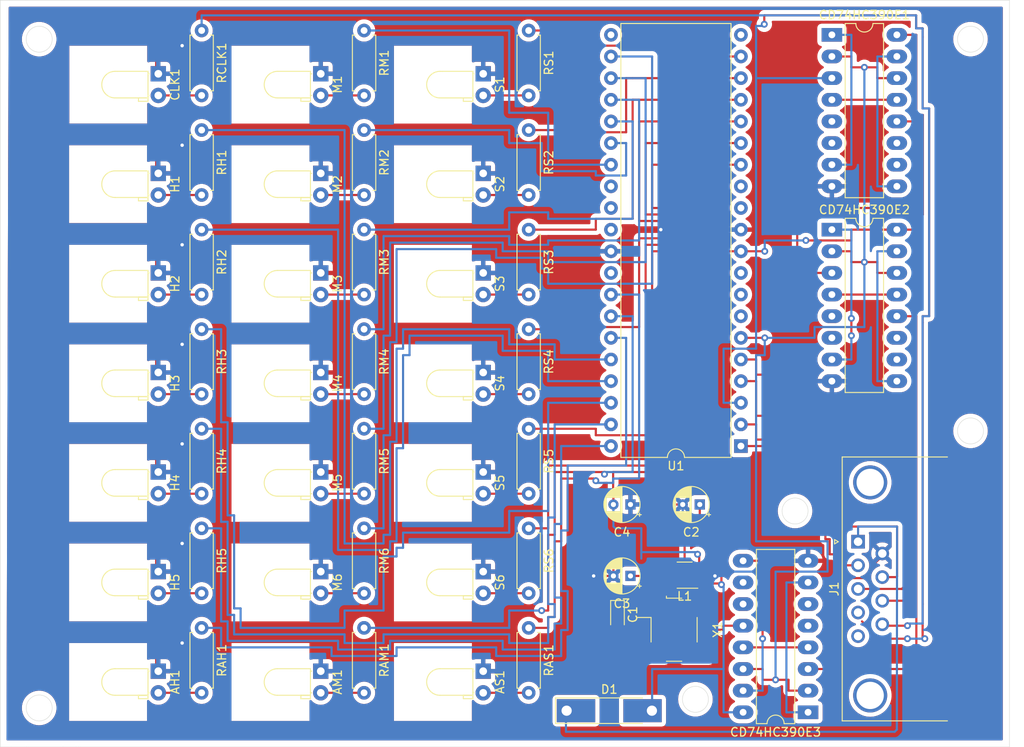
<source format=kicad_pcb>
(kicad_pcb (version 20190907) (host pcbnew "5.99.0-unknown")
  (title_block (title "Binary Clock") (date "2020-01-23") (rev "1.0") (company "CDCMicroTech") (comment 1 "Designed by Samuel Brown"))
  (layers (0 "F.Cu" signal) (31 "B.Cu" signal) (34 "B.Paste" user) (35 "F.Paste" user) (36 "B.SilkS" user) (37 "F.SilkS" user) (38 "B.Mask" user) (39 "F.Mask" user) (44 "Edge.Cuts" user))
  (net 0 "")
  (net 1 "Net-(RH5-Pad1)")
  (net 2 "Net-(U1-Pad20)")
  (net 3 "Net-(RH4-Pad1)")
  (net 4 "Net-(RS1-Pad1)")
  (net 5 "Net-(RH3-Pad1)")
  (net 6 "Net-(RS2-Pad1)")
  (net 7 "Net-(RH2-Pad1)")
  (net 8 "Net-(RS3-Pad1)")
  (net 9 "Net-(RH1-Pad1)")
  (net 10 "Net-(RS4-Pad1)")
  (net 11 "Net-(RAH1-Pad1)")
  (net 12 "Net-(RS5-Pad1)")
  (net 13 "Net-(RAM1-Pad1)")
  (net 14 "Net-(RS6-Pad1)")
  (net 15 "Net-(RAS1-Pad1)")
  (net 16 "Net-(U1-Pad13)")
  (net 17 "Net-(U1-Pad32)")
  (net 18 "Net-(U1-Pad12)")
  (net 19 "/GND_(0V)")
  (net 20 "Net-(U1-Pad30)")
  (net 21 "Net-(C4-Pad2)")
  (net 22 "Net-(U1-Pad29)")
  (net 23 "Net-(U1-Pad9)")
  (net 24 "Net-(U1-Pad28)")
  (net 25 "Net-(U1-Pad8)")
  (net 26 "Net-(RM1-Pad1)")
  (net 27 "Net-(U1-Pad7)")
  (net 28 "Net-(RM2-Pad1)")
  (net 29 "Net-(CD74HC390E1-Pad14)")
  (net 30 "Net-(RM3-Pad1)")
  (net 31 "Net-(J1-Pad8)")
  (net 32 "Net-(RM4-Pad1)")
  (net 33 "/DOWN")
  (net 34 "Net-(RM5-Pad1)")
  (net 35 "Net-(CD74HC390E1-Pad3)")
  (net 36 "Net-(RM6-Pad1)")
  (net 37 "/ADJ_SELECT")
  (net 38 "Net-(U1-Pad21)")
  (net 39 "/UP")
  (net 40 "Net-(C1-Pad1)")
  (net 41 "Net-(CD74HC390E3-Pad12)")
  (net 42 "Net-(C1-Pad2)")
  (net 43 "Net-(H1-Pad2)")
  (net 44 "Net-(H2-Pad2)")
  (net 45 "Net-(H3-Pad2)")
  (net 46 "Net-(H4-Pad2)")
  (net 47 "Net-(H5-Pad2)")
  (net 48 "Net-(M1-Pad2)")
  (net 49 "Net-(M2-Pad2)")
  (net 50 "Net-(M3-Pad2)")
  (net 51 "Net-(M4-Pad2)")
  (net 52 "Net-(M5-Pad2)")
  (net 53 "Net-(M6-Pad2)")
  (net 54 "Net-(AH1-Pad2)")
  (net 55 "Net-(RS1-Pad2)")
  (net 56 "Net-(RS2-Pad2)")
  (net 57 "Net-(RS3-Pad2)")
  (net 58 "Net-(RS4-Pad2)")
  (net 59 "Net-(RS5-Pad2)")
  (net 60 "Net-(RS6-Pad2)")
  (net 61 "Net-(CD74HC390E1-Pad15)")
  (net 62 "Net-(CD74HC390E1-Pad1)")
  (net 63 "Net-(CD74HC390E1-Pad6)")
  (net 64 "Net-(CD74HC390E1-Pad13)")
  (net 65 "Net-(CD74HC390E1-Pad5)")
  (net 66 "Net-(CD74HC390E1-Pad12)")
  (net 67 "Net-(CD74HC390E1-Pad11)")
  (net 68 "Net-(CD74HC390E1-Pad10)")
  (net 69 "Net-(CD74HC390E2-Pad15)")
  (net 70 "Net-(CD74HC390E2-Pad1)")
  (net 71 "Net-(CD74HC390E2-Pad6)")
  (net 72 "Net-(CD74HC390E2-Pad13)")
  (net 73 "Net-(CD74HC390E2-Pad5)")
  (net 74 "Net-(CD74HC390E2-Pad12)")
  (net 75 "Net-(CD74HC390E2-Pad11)")
  (net 76 "Net-(CD74HC390E2-Pad10)")
  (net 77 "Net-(CD74HC390E3-Pad15)")
  (net 78 "Net-(CD74HC390E3-Pad1)")
  (net 79 "Net-(CD74HC390E3-Pad6)")
  (net 80 "Net-(CD74HC390E3-Pad13)")
  (net 81 "Net-(CD74HC390E3-Pad5)")
  (net 82 "Net-(CD74HC390E3-Pad11)")
  (net 83 "Net-(CD74HC390E3-Pad10)")
  (net 84 "Net-(J1-Pad9)")
  (net 85 "Net-(J1-Pad5)")
  (net 86 "/+5V")
  (net 87 "Net-(C3-Pad1)")
  (net 88 "Net-(AM1-Pad2)")
  (net 89 "Net-(AS1-Pad2)")
  (net 90 "Net-(CLK1-Pad2)")
  (module "LED_THT:LED_D3.0mm_Horizontal_O1.27mm_Z2.0mm_Clear" (layer "F.Cu") (at 57.431 24.638 -90)
    (fp_text reference "CLK1" (at 1.27 -1.96 90) (layer "F.SilkS"))
    (fp_text value "LED")
    (pad "2" thru_hole circle (at 2.54 0 270) (size 1.8 1.8) (drill 0.9) (layers *.Cu *.Mask) (net 90 "Net-(CLK1-Pad2)"))
    (pad "1" thru_hole rect (at 0 0 270) (size 1.8 1.8) (drill 0.9) (layers *.Cu *.Mask) (net 19 "/GND_(0V)"))
  )
  (module "Resistor_THT:R_Axial_DIN0207_L6.3mm_D2.5mm_P7.62mm_Horizontal" (layer "F.Cu") (at 62.511 89.662 -90)
    (fp_text reference "RAH1" (at 3.81 -2.37 90) (layer "F.SilkS"))
    (fp_text value "R330")
    (pad "1" thru_hole circle (at 0 0 270) (size 1.6 1.6) (drill 0.8) (layers *.Cu *.Mask) (net 11 "Net-(RAH1-Pad1)"))
    (pad "2" thru_hole oval (at 7.62 0 270) (size 1.6 1.6) (drill 0.8) (layers *.Cu *.Mask) (net 54 "Net-(AH1-Pad2)"))
  )
  (module "LED_THT:LED_D3.0mm_Horizontal_O1.27mm_Z2.0mm_Clear" (layer "F.Cu") (at 57.431 94.742 -90)
    (fp_text reference "AH1" (at 1.27 -1.96 90) (layer "F.SilkS"))
    (fp_text value "LED")
    (pad "2" thru_hole circle (at 2.54 0 270) (size 1.8 1.8) (drill 0.9) (layers *.Cu *.Mask) (net 54 "Net-(AH1-Pad2)"))
    (pad "1" thru_hole rect (at 0 0 270) (size 1.8 1.8) (drill 0.9) (layers *.Cu *.Mask) (net 19 "/GND_(0V)"))
  )
  (module "LED_THT:LED_D3.0mm_Horizontal_O1.27mm_Z2.0mm_Clear" (layer "F.Cu") (at 76.481 94.742 -90)
    (fp_text reference "AM1" (at 1.27 -1.96 90) (layer "F.SilkS"))
    (fp_text value "LED")
    (pad "2" thru_hole circle (at 2.54 0 270) (size 1.8 1.8) (drill 0.9) (layers *.Cu *.Mask) (net 88 "Net-(AM1-Pad2)"))
    (pad "1" thru_hole rect (at 0 0 270) (size 1.8 1.8) (drill 0.9) (layers *.Cu *.Mask) (net 19 "/GND_(0V)"))
  )
  (module "LED_THT:LED_D3.0mm_Horizontal_O1.27mm_Z2.0mm_Clear" (layer "F.Cu") (at 95.531 94.742 -90)
    (fp_text reference "AS1" (at 1.27 -1.96 90) (layer "F.SilkS"))
    (fp_text value "LED")
    (pad "2" thru_hole circle (at 2.54 0 270) (size 1.8 1.8) (drill 0.9) (layers *.Cu *.Mask) (net 89 "Net-(AS1-Pad2)"))
    (pad "1" thru_hole rect (at 0 0 270) (size 1.8 1.8) (drill 0.9) (layers *.Cu *.Mask) (net 19 "/GND_(0V)"))
  )
  (module "LED_THT:LED_D3.0mm_Horizontal_O1.27mm_Z2.0mm_Clear" (layer "F.Cu") (at 76.481 24.638 -90)
    (fp_text reference "M1" (at 1.27 -1.96 90) (layer "F.SilkS"))
    (fp_text value "LED")
    (pad "2" thru_hole circle (at 2.54 0 270) (size 1.8 1.8) (drill 0.9) (layers *.Cu *.Mask) (net 48 "Net-(M1-Pad2)"))
    (pad "1" thru_hole rect (at 0 0 270) (size 1.8 1.8) (drill 0.9) (layers *.Cu *.Mask) (net 19 "/GND_(0V)"))
  )
  (module "LED_THT:LED_D3.0mm_Horizontal_O1.27mm_Z2.0mm_Clear" (layer "F.Cu") (at 76.481 36.322 -90)
    (fp_text reference "M2" (at 1.27 -1.96 90) (layer "F.SilkS"))
    (fp_text value "LED")
    (pad "2" thru_hole circle (at 2.54 0 270) (size 1.8 1.8) (drill 0.9) (layers *.Cu *.Mask) (net 49 "Net-(M2-Pad2)"))
    (pad "1" thru_hole rect (at 0 0 270) (size 1.8 1.8) (drill 0.9) (layers *.Cu *.Mask) (net 19 "/GND_(0V)"))
  )
  (module "LED_THT:LED_D3.0mm_Horizontal_O1.27mm_Z2.0mm_Clear" (layer "F.Cu") (at 76.481 48.006 -90)
    (fp_text reference "M3" (at 1.27 -1.96 90) (layer "F.SilkS"))
    (fp_text value "LED")
    (pad "2" thru_hole circle (at 2.54 0 270) (size 1.8 1.8) (drill 0.9) (layers *.Cu *.Mask) (net 50 "Net-(M3-Pad2)"))
    (pad "1" thru_hole rect (at 0 0 270) (size 1.8 1.8) (drill 0.9) (layers *.Cu *.Mask) (net 19 "/GND_(0V)"))
  )
  (module "LED_THT:LED_D3.0mm_Horizontal_O1.27mm_Z2.0mm_Clear" (layer "F.Cu") (at 76.481 59.69 -90)
    (fp_text reference "M4" (at 1.27 -1.96 90) (layer "F.SilkS"))
    (fp_text value "LED")
    (pad "1" thru_hole rect (at 0 0 270) (size 1.8 1.8) (drill 0.9) (layers *.Cu *.Mask) (net 19 "/GND_(0V)"))
    (pad "2" thru_hole circle (at 2.54 0 270) (size 1.8 1.8) (drill 0.9) (layers *.Cu *.Mask) (net 51 "Net-(M4-Pad2)"))
  )
  (module "LED_THT:LED_D3.0mm_Horizontal_O1.27mm_Z2.0mm_Clear" (layer "F.Cu") (at 76.481 71.374 -90)
    (fp_text reference "M5" (at 1.27 -1.96 90) (layer "F.SilkS"))
    (fp_text value "LED")
    (pad "2" thru_hole circle (at 2.54 0 270) (size 1.8 1.8) (drill 0.9) (layers *.Cu *.Mask) (net 52 "Net-(M5-Pad2)"))
    (pad "1" thru_hole rect (at 0 0 270) (size 1.8 1.8) (drill 0.9) (layers *.Cu *.Mask) (net 19 "/GND_(0V)"))
  )
  (module "LED_THT:LED_D3.0mm_Horizontal_O1.27mm_Z2.0mm_Clear" (layer "F.Cu") (at 76.481 83.058 -90)
    (fp_text reference "M6" (at 1.27 -1.96 90) (layer "F.SilkS"))
    (fp_text value "LED")
    (pad "2" thru_hole circle (at 2.54 0 270) (size 1.8 1.8) (drill 0.9) (layers *.Cu *.Mask) (net 53 "Net-(M6-Pad2)"))
    (pad "1" thru_hole rect (at 0 0 270) (size 1.8 1.8) (drill 0.9) (layers *.Cu *.Mask) (net 19 "/GND_(0V)"))
  )
  (module "Resistor_THT:R_Axial_DIN0207_L6.3mm_D2.5mm_P7.62mm_Horizontal" (layer "F.Cu") (at 81.561 89.662 -90)
    (fp_text reference "RAM1" (at 3.81 -2.37 90) (layer "F.SilkS"))
    (fp_text value "R330")
    (pad "1" thru_hole circle (at 0 0 270) (size 1.6 1.6) (drill 0.8) (layers *.Cu *.Mask) (net 13 "Net-(RAM1-Pad1)"))
    (pad "2" thru_hole oval (at 7.62 0 270) (size 1.6 1.6) (drill 0.8) (layers *.Cu *.Mask) (net 88 "Net-(AM1-Pad2)"))
  )
  (module "Resistor_THT:R_Axial_DIN0207_L6.3mm_D2.5mm_P7.62mm_Horizontal" (layer "F.Cu") (at 100.865 89.662 -90)
    (fp_text reference "RAS1" (at 3.81 -2.37 90) (layer "F.SilkS"))
    (fp_text value "R330")
    (pad "1" thru_hole circle (at 0 0 270) (size 1.6 1.6) (drill 0.8) (layers *.Cu *.Mask) (net 15 "Net-(RAS1-Pad1)"))
    (pad "2" thru_hole oval (at 7.62 0 270) (size 1.6 1.6) (drill 0.8) (layers *.Cu *.Mask) (net 89 "Net-(AS1-Pad2)"))
  )
  (module "Resistor_THT:R_Axial_DIN0207_L6.3mm_D2.5mm_P7.62mm_Horizontal" (layer "F.Cu") (at 62.511 19.558 -90)
    (fp_text reference "RCLK1" (at 3.81 -2.37 90) (layer "F.SilkS"))
    (fp_text value "R330")
    (pad "1" thru_hole circle (at 0 0 270) (size 1.6 1.6) (drill 0.8) (layers *.Cu *.Mask) (net 84 "Net-(J1-Pad9)"))
    (pad "2" thru_hole oval (at 7.62 0 270) (size 1.6 1.6) (drill 0.8) (layers *.Cu *.Mask) (net 90 "Net-(CLK1-Pad2)"))
  )
  (module "Resistor_THT:R_Axial_DIN0207_L6.3mm_D2.5mm_P7.62mm_Horizontal" (layer "F.Cu") (at 62.511 31.242 -90)
    (fp_text reference "RH1" (at 3.81 -2.37 90) (layer "F.SilkS"))
    (fp_text value "R330")
    (pad "1" thru_hole circle (at 0 0 270) (size 1.6 1.6) (drill 0.8) (layers *.Cu *.Mask) (net 9 "Net-(RH1-Pad1)"))
    (pad "2" thru_hole oval (at 7.62 0 270) (size 1.6 1.6) (drill 0.8) (layers *.Cu *.Mask) (net 43 "Net-(H1-Pad2)"))
  )
  (module "Resistor_THT:R_Axial_DIN0207_L6.3mm_D2.5mm_P7.62mm_Horizontal" (layer "F.Cu") (at 62.511 42.926 -90)
    (fp_text reference "RH2" (at 3.81 -2.37 90) (layer "F.SilkS"))
    (fp_text value "R330")
    (pad "1" thru_hole circle (at 0 0 270) (size 1.6 1.6) (drill 0.8) (layers *.Cu *.Mask) (net 7 "Net-(RH2-Pad1)"))
    (pad "2" thru_hole oval (at 7.62 0 270) (size 1.6 1.6) (drill 0.8) (layers *.Cu *.Mask) (net 44 "Net-(H2-Pad2)"))
  )
  (module "Resistor_THT:R_Axial_DIN0207_L6.3mm_D2.5mm_P7.62mm_Horizontal" (layer "F.Cu") (at 62.511 54.61 -90)
    (fp_text reference "RH3" (at 3.81 -2.37 90) (layer "F.SilkS"))
    (fp_text value "R330")
    (pad "1" thru_hole circle (at 0 0 270) (size 1.6 1.6) (drill 0.8) (layers *.Cu *.Mask) (net 5 "Net-(RH3-Pad1)"))
    (pad "2" thru_hole oval (at 7.62 0 270) (size 1.6 1.6) (drill 0.8) (layers *.Cu *.Mask) (net 45 "Net-(H3-Pad2)"))
  )
  (module "Resistor_THT:R_Axial_DIN0207_L6.3mm_D2.5mm_P7.62mm_Horizontal" (layer "F.Cu") (at 62.511 66.294 -90)
    (fp_text reference "RH4" (at 3.81 -2.37 90) (layer "F.SilkS"))
    (fp_text value "R330")
    (pad "1" thru_hole circle (at 0 0 270) (size 1.6 1.6) (drill 0.8) (layers *.Cu *.Mask) (net 3 "Net-(RH4-Pad1)"))
    (pad "2" thru_hole oval (at 7.62 0 270) (size 1.6 1.6) (drill 0.8) (layers *.Cu *.Mask) (net 46 "Net-(H4-Pad2)"))
  )
  (module "Resistor_THT:R_Axial_DIN0207_L6.3mm_D2.5mm_P7.62mm_Horizontal" (layer "F.Cu") (at 62.511 77.978 -90)
    (fp_text reference "RH5" (at 3.81 -2.37 90) (layer "F.SilkS"))
    (fp_text value "R330")
    (pad "1" thru_hole circle (at 0 0 270) (size 1.6 1.6) (drill 0.8) (layers *.Cu *.Mask) (net 1 "Net-(RH5-Pad1)"))
    (pad "2" thru_hole oval (at 7.62 0 270) (size 1.6 1.6) (drill 0.8) (layers *.Cu *.Mask) (net 47 "Net-(H5-Pad2)"))
  )
  (module "Resistor_THT:R_Axial_DIN0207_L6.3mm_D2.5mm_P7.62mm_Horizontal" (layer "F.Cu") (at 81.561 19.558 -90)
    (fp_text reference "RM1" (at 3.81 -2.37 90) (layer "F.SilkS"))
    (fp_text value "R330")
    (pad "1" thru_hole circle (at 0 0 270) (size 1.6 1.6) (drill 0.8) (layers *.Cu *.Mask) (net 26 "Net-(RM1-Pad1)"))
    (pad "2" thru_hole oval (at 7.62 0 270) (size 1.6 1.6) (drill 0.8) (layers *.Cu *.Mask) (net 48 "Net-(M1-Pad2)"))
  )
  (module "Resistor_THT:R_Axial_DIN0207_L6.3mm_D2.5mm_P7.62mm_Horizontal" (layer "F.Cu") (at 81.561 31.242 -90)
    (fp_text reference "RM2" (at 3.81 -2.37 90) (layer "F.SilkS"))
    (fp_text value "R330")
    (pad "1" thru_hole circle (at 0 0 270) (size 1.6 1.6) (drill 0.8) (layers *.Cu *.Mask) (net 28 "Net-(RM2-Pad1)"))
    (pad "2" thru_hole oval (at 7.62 0 270) (size 1.6 1.6) (drill 0.8) (layers *.Cu *.Mask) (net 49 "Net-(M2-Pad2)"))
  )
  (module "Resistor_THT:R_Axial_DIN0207_L6.3mm_D2.5mm_P7.62mm_Horizontal" (layer "F.Cu") (at 81.561 42.926 -90)
    (fp_text reference "RM3" (at 3.81 -2.37 90) (layer "F.SilkS"))
    (fp_text value "R330")
    (pad "1" thru_hole circle (at 0 0 270) (size 1.6 1.6) (drill 0.8) (layers *.Cu *.Mask) (net 30 "Net-(RM3-Pad1)"))
    (pad "2" thru_hole oval (at 7.62 0 270) (size 1.6 1.6) (drill 0.8) (layers *.Cu *.Mask) (net 50 "Net-(M3-Pad2)"))
  )
  (module "Resistor_THT:R_Axial_DIN0207_L6.3mm_D2.5mm_P7.62mm_Horizontal" (layer "F.Cu") (at 81.561 54.61 -90)
    (fp_text reference "RM4" (at 3.81 -2.37 90) (layer "F.SilkS"))
    (fp_text value "R330")
    (pad "1" thru_hole circle (at 0 0 270) (size 1.6 1.6) (drill 0.8) (layers *.Cu *.Mask) (net 32 "Net-(RM4-Pad1)"))
    (pad "2" thru_hole oval (at 7.62 0 270) (size 1.6 1.6) (drill 0.8) (layers *.Cu *.Mask) (net 51 "Net-(M4-Pad2)"))
  )
  (module "Resistor_THT:R_Axial_DIN0207_L6.3mm_D2.5mm_P7.62mm_Horizontal" (layer "F.Cu") (at 81.561 66.294 -90)
    (fp_text reference "RM5" (at 3.81 -2.37 90) (layer "F.SilkS"))
    (fp_text value "R330")
    (pad "1" thru_hole circle (at 0 0 270) (size 1.6 1.6) (drill 0.8) (layers *.Cu *.Mask) (net 34 "Net-(RM5-Pad1)"))
    (pad "2" thru_hole oval (at 7.62 0 270) (size 1.6 1.6) (drill 0.8) (layers *.Cu *.Mask) (net 52 "Net-(M5-Pad2)"))
  )
  (module "Resistor_THT:R_Axial_DIN0207_L6.3mm_D2.5mm_P7.62mm_Horizontal" (layer "F.Cu") (at 81.561 77.978 -90)
    (fp_text reference "RM6" (at 3.81 -2.37 90) (layer "F.SilkS"))
    (fp_text value "R330")
    (pad "1" thru_hole circle (at 0 0 270) (size 1.6 1.6) (drill 0.8) (layers *.Cu *.Mask) (net 36 "Net-(RM6-Pad1)"))
    (pad "2" thru_hole oval (at 7.62 0 270) (size 1.6 1.6) (drill 0.8) (layers *.Cu *.Mask) (net 53 "Net-(M6-Pad2)"))
  )
  (module "Resistor_THT:R_Axial_DIN0207_L6.3mm_D2.5mm_P7.62mm_Horizontal" (layer "F.Cu") (at 100.865 19.558 -90)
    (fp_text reference "RS1" (at 3.81 -2.37 90) (layer "F.SilkS"))
    (fp_text value "R330")
    (pad "1" thru_hole circle (at 0 0 270) (size 1.6 1.6) (drill 0.8) (layers *.Cu *.Mask) (net 4 "Net-(RS1-Pad1)"))
    (pad "2" thru_hole oval (at 7.62 0 270) (size 1.6 1.6) (drill 0.8) (layers *.Cu *.Mask) (net 55 "Net-(RS1-Pad2)"))
  )
  (module "Resistor_THT:R_Axial_DIN0207_L6.3mm_D2.5mm_P7.62mm_Horizontal" (layer "F.Cu") (at 100.865 31.242 -90)
    (fp_text reference "RS2" (at 3.81 -2.37 90) (layer "F.SilkS"))
    (fp_text value "R330")
    (pad "1" thru_hole circle (at 0 0 270) (size 1.6 1.6) (drill 0.8) (layers *.Cu *.Mask) (net 6 "Net-(RS2-Pad1)"))
    (pad "2" thru_hole oval (at 7.62 0 270) (size 1.6 1.6) (drill 0.8) (layers *.Cu *.Mask) (net 56 "Net-(RS2-Pad2)"))
  )
  (module "Resistor_THT:R_Axial_DIN0207_L6.3mm_D2.5mm_P7.62mm_Horizontal" (layer "F.Cu") (at 100.865 42.926 -90)
    (fp_text reference "RS3" (at 3.81 -2.37 90) (layer "F.SilkS"))
    (fp_text value "R330")
    (pad "1" thru_hole circle (at 0 0 270) (size 1.6 1.6) (drill 0.8) (layers *.Cu *.Mask) (net 8 "Net-(RS3-Pad1)"))
    (pad "2" thru_hole oval (at 7.62 0 270) (size 1.6 1.6) (drill 0.8) (layers *.Cu *.Mask) (net 57 "Net-(RS3-Pad2)"))
  )
  (module "Resistor_THT:R_Axial_DIN0207_L6.3mm_D2.5mm_P7.62mm_Horizontal" (layer "F.Cu") (at 100.865 54.61 -90)
    (fp_text reference "RS4" (at 3.81 -2.37 90) (layer "F.SilkS"))
    (fp_text value "R330")
    (pad "1" thru_hole circle (at 0 0 270) (size 1.6 1.6) (drill 0.8) (layers *.Cu *.Mask) (net 10 "Net-(RS4-Pad1)"))
    (pad "2" thru_hole oval (at 7.62 0 270) (size 1.6 1.6) (drill 0.8) (layers *.Cu *.Mask) (net 58 "Net-(RS4-Pad2)"))
  )
  (module "Resistor_THT:R_Axial_DIN0207_L6.3mm_D2.5mm_P7.62mm_Horizontal" (layer "F.Cu") (at 100.865 66.294 -90)
    (fp_text reference "RS5" (at 3.81 -2.37 90) (layer "F.SilkS"))
    (fp_text value "R330")
    (pad "1" thru_hole circle (at 0 0 270) (size 1.6 1.6) (drill 0.8) (layers *.Cu *.Mask) (net 12 "Net-(RS5-Pad1)"))
    (pad "2" thru_hole oval (at 7.62 0 270) (size 1.6 1.6) (drill 0.8) (layers *.Cu *.Mask) (net 59 "Net-(RS5-Pad2)"))
  )
  (module "Resistor_THT:R_Axial_DIN0207_L6.3mm_D2.5mm_P7.62mm_Horizontal" (layer "F.Cu") (at 100.865 77.978 -90)
    (fp_text reference "RS6" (at 3.81 -2.37 90) (layer "F.SilkS"))
    (fp_text value "R330")
    (pad "1" thru_hole circle (at 0 0 270) (size 1.6 1.6) (drill 0.8) (layers *.Cu *.Mask) (net 14 "Net-(RS6-Pad1)"))
    (pad "2" thru_hole oval (at 7.62 0 270) (size 1.6 1.6) (drill 0.8) (layers *.Cu *.Mask) (net 60 "Net-(RS6-Pad2)"))
  )
  (module "LED_THT:LED_D3.0mm_Horizontal_O1.27mm_Z2.0mm_Clear" (layer "F.Cu") (at 95.531 24.638 -90)
    (fp_text reference "S1" (at 1.27 -1.96 90) (layer "F.SilkS"))
    (fp_text value "LED")
    (pad "2" thru_hole circle (at 2.54 0 270) (size 1.8 1.8) (drill 0.9) (layers *.Cu *.Mask) (net 55 "Net-(RS1-Pad2)"))
    (pad "1" thru_hole rect (at 0 0 270) (size 1.8 1.8) (drill 0.9) (layers *.Cu *.Mask) (net 19 "/GND_(0V)"))
  )
  (module "LED_THT:LED_D3.0mm_Horizontal_O1.27mm_Z2.0mm_Clear" (layer "F.Cu") (at 95.531 36.322 -90)
    (fp_text reference "S2" (at 1.27 -1.96 90) (layer "F.SilkS"))
    (fp_text value "LED")
    (pad "2" thru_hole circle (at 2.54 0 270) (size 1.8 1.8) (drill 0.9) (layers *.Cu *.Mask) (net 56 "Net-(RS2-Pad2)"))
    (pad "1" thru_hole rect (at 0 0 270) (size 1.8 1.8) (drill 0.9) (layers *.Cu *.Mask) (net 19 "/GND_(0V)"))
  )
  (module "LED_THT:LED_D3.0mm_Horizontal_O1.27mm_Z2.0mm_Clear" (layer "F.Cu") (at 95.531 48.006 -90)
    (fp_text reference "S3" (at 1.27 -1.96 90) (layer "F.SilkS"))
    (fp_text value "LED")
    (pad "2" thru_hole circle (at 2.54 0 270) (size 1.8 1.8) (drill 0.9) (layers *.Cu *.Mask) (net 57 "Net-(RS3-Pad2)"))
    (pad "1" thru_hole rect (at 0 0 270) (size 1.8 1.8) (drill 0.9) (layers *.Cu *.Mask) (net 19 "/GND_(0V)"))
  )
  (module "LED_THT:LED_D3.0mm_Horizontal_O1.27mm_Z2.0mm_Clear" (layer "F.Cu") (at 95.531 59.69 -90)
    (fp_text reference "S4" (at 1.27 -1.96 90) (layer "F.SilkS"))
    (fp_text value "LED")
    (pad "2" thru_hole circle (at 2.54 0 270) (size 1.8 1.8) (drill 0.9) (layers *.Cu *.Mask) (net 58 "Net-(RS4-Pad2)"))
    (pad "1" thru_hole rect (at 0 0 270) (size 1.8 1.8) (drill 0.9) (layers *.Cu *.Mask) (net 19 "/GND_(0V)"))
  )
  (module "LED_THT:LED_D3.0mm_Horizontal_O1.27mm_Z2.0mm_Clear" (layer "F.Cu") (at 95.531 71.374 -90)
    (fp_text reference "S5" (at 1.27 -1.96 90) (layer "F.SilkS"))
    (fp_text value "LED")
    (pad "2" thru_hole circle (at 2.54 0 270) (size 1.8 1.8) (drill 0.9) (layers *.Cu *.Mask) (net 59 "Net-(RS5-Pad2)"))
    (pad "1" thru_hole rect (at 0 0 270) (size 1.8 1.8) (drill 0.9) (layers *.Cu *.Mask) (net 19 "/GND_(0V)"))
  )
  (module "LED_THT:LED_D3.0mm_Horizontal_O1.27mm_Z2.0mm_Clear" (layer "F.Cu") (at 95.531 83.058 -90)
    (fp_text reference "S6" (at 1.27 -1.96 90) (layer "F.SilkS"))
    (fp_text value "LED")
    (pad "2" thru_hole circle (at 2.54 0 270) (size 1.8 1.8) (drill 0.9) (layers *.Cu *.Mask) (net 60 "Net-(RS6-Pad2)"))
    (pad "1" thru_hole rect (at 0 0 270) (size 1.8 1.8) (drill 0.9) (layers *.Cu *.Mask) (net 19 "/GND_(0V)"))
  )
  (module "LED_THT:LED_D3.0mm_Horizontal_O1.27mm_Z2.0mm_Clear" (layer "F.Cu") (at 57.431 36.322 -90)
    (fp_text reference "H1" (at 1.27 -1.96 90) (layer "F.SilkS"))
    (fp_text value "LED")
    (pad "2" thru_hole circle (at 2.54 0 270) (size 1.8 1.8) (drill 0.9) (layers *.Cu *.Mask) (net 43 "Net-(H1-Pad2)"))
    (pad "1" thru_hole rect (at 0 0 270) (size 1.8 1.8) (drill 0.9) (layers *.Cu *.Mask) (net 19 "/GND_(0V)"))
  )
  (module "LED_THT:LED_D3.0mm_Horizontal_O1.27mm_Z2.0mm_Clear" (layer "F.Cu") (at 57.431 48.006 -90)
    (fp_text reference "H2" (at 1.27 -1.96 90) (layer "F.SilkS"))
    (fp_text value "LED")
    (pad "2" thru_hole circle (at 2.54 0 270) (size 1.8 1.8) (drill 0.9) (layers *.Cu *.Mask) (net 44 "Net-(H2-Pad2)"))
    (pad "1" thru_hole rect (at 0 0 270) (size 1.8 1.8) (drill 0.9) (layers *.Cu *.Mask) (net 19 "/GND_(0V)"))
  )
  (module "LED_THT:LED_D3.0mm_Horizontal_O1.27mm_Z2.0mm_Clear" (layer "F.Cu") (at 57.431 59.69 -90)
    (fp_text reference "H3" (at 1.27 -1.96 90) (layer "F.SilkS"))
    (fp_text value "LED")
    (pad "2" thru_hole circle (at 2.54 0 270) (size 1.8 1.8) (drill 0.9) (layers *.Cu *.Mask) (net 45 "Net-(H3-Pad2)"))
    (pad "1" thru_hole rect (at 0 0 270) (size 1.8 1.8) (drill 0.9) (layers *.Cu *.Mask) (net 19 "/GND_(0V)"))
  )
  (module "LED_THT:LED_D3.0mm_Horizontal_O1.27mm_Z2.0mm_Clear" (layer "F.Cu") (at 57.431 71.374 -90)
    (fp_text reference "H4" (at 1.27 -1.96 90) (layer "F.SilkS"))
    (fp_text value "LED")
    (pad "2" thru_hole circle (at 2.54 0 270) (size 1.8 1.8) (drill 0.9) (layers *.Cu *.Mask) (net 46 "Net-(H4-Pad2)"))
    (pad "1" thru_hole rect (at 0 0 270) (size 1.8 1.8) (drill 0.9) (layers *.Cu *.Mask) (net 19 "/GND_(0V)"))
  )
  (module "LED_THT:LED_D3.0mm_Horizontal_O1.27mm_Z2.0mm_Clear" (layer "F.Cu") (at 57.431 83.058 -90)
    (fp_text reference "H5" (at 1.27 -1.96 90) (layer "F.SilkS"))
    (fp_text value "LED")
    (pad "2" thru_hole circle (at 2.54 0 270) (size 1.8 1.8) (drill 0.9) (layers *.Cu *.Mask) (net 47 "Net-(H5-Pad2)"))
    (pad "1" thru_hole rect (at 0 0 270) (size 1.8 1.8) (drill 0.9) (layers *.Cu *.Mask) (net 19 "/GND_(0V)"))
  )
  (module "Package_DIP:DIP-40_W15.24mm" (layer "F.Cu") (at 125.757 68.326 180)
    (fp_text reference "U1" (at 7.62 -2.33) (layer "F.SilkS"))
    (fp_text value "ATmega16A-PU")
    (pad "40" thru_hole oval (at 15.24 0 180) (size 1.6 1.6) (drill 0.8) (layers *.Cu *.Mask) (net 1 "Net-(RH5-Pad1)"))
    (pad "20" thru_hole oval (at 0 48.26 180) (size 1.6 1.6) (drill 0.8) (layers *.Cu *.Mask) (net 2 "Net-(U1-Pad20)"))
    (pad "39" thru_hole oval (at 15.24 2.54 180) (size 1.6 1.6) (drill 0.8) (layers *.Cu *.Mask) (net 3 "Net-(RH4-Pad1)"))
    (pad "19" thru_hole oval (at 0 45.72 180) (size 1.6 1.6) (drill 0.8) (layers *.Cu *.Mask) (net 4 "Net-(RS1-Pad1)"))
    (pad "38" thru_hole oval (at 15.24 5.08 180) (size 1.6 1.6) (drill 0.8) (layers *.Cu *.Mask) (net 5 "Net-(RH3-Pad1)"))
    (pad "18" thru_hole oval (at 0 43.18 180) (size 1.6 1.6) (drill 0.8) (layers *.Cu *.Mask) (net 6 "Net-(RS2-Pad1)"))
    (pad "37" thru_hole oval (at 15.24 7.62 180) (size 1.6 1.6) (drill 0.8) (layers *.Cu *.Mask) (net 7 "Net-(RH2-Pad1)"))
    (pad "17" thru_hole oval (at 0 40.64 180) (size 1.6 1.6) (drill 0.8) (layers *.Cu *.Mask) (net 8 "Net-(RS3-Pad1)"))
    (pad "36" thru_hole oval (at 15.24 10.16 180) (size 1.6 1.6) (drill 0.8) (layers *.Cu *.Mask) (net 9 "Net-(RH1-Pad1)"))
    (pad "16" thru_hole oval (at 0 38.1 180) (size 1.6 1.6) (drill 0.8) (layers *.Cu *.Mask) (net 10 "Net-(RS4-Pad1)"))
    (pad "35" thru_hole oval (at 15.24 12.7 180) (size 1.6 1.6) (drill 0.8) (layers *.Cu *.Mask) (net 11 "Net-(RAH1-Pad1)"))
    (pad "15" thru_hole oval (at 0 35.56 180) (size 1.6 1.6) (drill 0.8) (layers *.Cu *.Mask) (net 12 "Net-(RS5-Pad1)"))
    (pad "34" thru_hole oval (at 15.24 15.24 180) (size 1.6 1.6) (drill 0.8) (layers *.Cu *.Mask) (net 13 "Net-(RAM1-Pad1)"))
    (pad "14" thru_hole oval (at 0 33.02 180) (size 1.6 1.6) (drill 0.8) (layers *.Cu *.Mask) (net 14 "Net-(RS6-Pad1)"))
    (pad "33" thru_hole oval (at 15.24 17.78 180) (size 1.6 1.6) (drill 0.8) (layers *.Cu *.Mask) (net 15 "Net-(RAS1-Pad1)"))
    (pad "13" thru_hole oval (at 0 30.48 180) (size 1.6 1.6) (drill 0.8) (layers *.Cu *.Mask) (net 16 "Net-(U1-Pad13)"))
    (pad "32" thru_hole oval (at 15.24 20.32 180) (size 1.6 1.6) (drill 0.8) (layers *.Cu *.Mask) (net 17 "Net-(U1-Pad32)"))
    (pad "12" thru_hole oval (at 0 27.94 180) (size 1.6 1.6) (drill 0.8) (layers *.Cu *.Mask) (net 18 "Net-(U1-Pad12)"))
    (pad "31" thru_hole oval (at 15.24 22.86 180) (size 1.6 1.6) (drill 0.8) (layers *.Cu *.Mask) (net 19 "/GND_(0V)"))
    (pad "11" thru_hole oval (at 0 25.4 180) (size 1.6 1.6) (drill 0.8) (layers *.Cu *.Mask) (net 19 "/GND_(0V)"))
    (pad "30" thru_hole oval (at 15.24 25.4 180) (size 1.6 1.6) (drill 0.8) (layers *.Cu *.Mask) (net 20 "Net-(U1-Pad30)"))
    (pad "10" thru_hole oval (at 0 22.86 180) (size 1.6 1.6) (drill 0.8) (layers *.Cu *.Mask) (net 21 "Net-(C4-Pad2)"))
    (pad "29" thru_hole oval (at 15.24 27.94 180) (size 1.6 1.6) (drill 0.8) (layers *.Cu *.Mask) (net 22 "Net-(U1-Pad29)"))
    (pad "9" thru_hole oval (at 0 20.32 180) (size 1.6 1.6) (drill 0.8) (layers *.Cu *.Mask) (net 23 "Net-(U1-Pad9)"))
    (pad "28" thru_hole oval (at 15.24 30.48 180) (size 1.6 1.6) (drill 0.8) (layers *.Cu *.Mask) (net 24 "Net-(U1-Pad28)"))
    (pad "8" thru_hole oval (at 0 17.78 180) (size 1.6 1.6) (drill 0.8) (layers *.Cu *.Mask) (net 25 "Net-(U1-Pad8)"))
    (pad "27" thru_hole oval (at 15.24 33.02 180) (size 1.6 1.6) (drill 0.8) (layers *.Cu *.Mask) (net 26 "Net-(RM1-Pad1)"))
    (pad "7" thru_hole oval (at 0 15.24 180) (size 1.6 1.6) (drill 0.8) (layers *.Cu *.Mask) (net 27 "Net-(U1-Pad7)"))
    (pad "26" thru_hole oval (at 15.24 35.56 180) (size 1.6 1.6) (drill 0.8) (layers *.Cu *.Mask) (net 28 "Net-(RM2-Pad1)"))
    (pad "6" thru_hole oval (at 0 12.7 180) (size 1.6 1.6) (drill 0.8) (layers *.Cu *.Mask) (net 29 "Net-(CD74HC390E1-Pad14)"))
    (pad "25" thru_hole oval (at 15.24 38.1 180) (size 1.6 1.6) (drill 0.8) (layers *.Cu *.Mask) (net 30 "Net-(RM3-Pad1)"))
    (pad "5" thru_hole oval (at 0 10.16 180) (size 1.6 1.6) (drill 0.8) (layers *.Cu *.Mask) (net 31 "Net-(J1-Pad8)"))
    (pad "24" thru_hole oval (at 15.24 40.64 180) (size 1.6 1.6) (drill 0.8) (layers *.Cu *.Mask) (net 32 "Net-(RM4-Pad1)"))
    (pad "4" thru_hole oval (at 0 7.62 180) (size 1.6 1.6) (drill 0.8) (layers *.Cu *.Mask) (net 33 "/DOWN"))
    (pad "23" thru_hole oval (at 15.24 43.18 180) (size 1.6 1.6) (drill 0.8) (layers *.Cu *.Mask) (net 34 "Net-(RM5-Pad1)"))
    (pad "3" thru_hole oval (at 0 5.08 180) (size 1.6 1.6) (drill 0.8) (layers *.Cu *.Mask) (net 35 "Net-(CD74HC390E1-Pad3)"))
    (pad "22" thru_hole oval (at 15.24 45.72 180) (size 1.6 1.6) (drill 0.8) (layers *.Cu *.Mask) (net 36 "Net-(RM6-Pad1)"))
    (pad "2" thru_hole oval (at 0 2.54 180) (size 1.6 1.6) (drill 0.8) (layers *.Cu *.Mask) (net 37 "/ADJ_SELECT"))
    (pad "21" thru_hole oval (at 15.24 48.26 180) (size 1.6 1.6) (drill 0.8) (layers *.Cu *.Mask) (net 38 "Net-(U1-Pad21)"))
    (pad "1" thru_hole rect (at 0 0 180) (size 1.6 1.6) (drill 0.8) (layers *.Cu *.Mask) (net 39 "/UP"))
  )
  (module "Oscillator:Oscillator_SMD_SeikoEpson_SG8002CA-4Pin_7.0x5.0mm_HandSoldering" (layer "F.Cu") (at 117.92 89.879 -90)
    (fp_text reference "X1" (at 0 -5.1 90) (layer "F.SilkS"))
    (fp_text value "SG-8002CA")
    (pad "4" smd rect (at -2.63 -2.6 270) (size 1.98 3) (layers "F.Cu" "F.Paste" "F.Mask") (net 40 "Net-(C1-Pad1)"))
    (pad "3" smd rect (at 2.63 -2.6 270) (size 1.98 3) (layers "F.Cu" "F.Paste" "F.Mask") (net 41 "Net-(CD74HC390E3-Pad12)"))
    (pad "2" smd rect (at 2.63 2.6 270) (size 1.98 3) (layers "F.Cu" "F.Paste" "F.Mask") (net 42 "Net-(C1-Pad2)"))
    (pad "1" smd rect (at -2.63 2.6 270) (size 1.98 3) (layers "F.Cu" "F.Paste" "F.Mask") (net 40 "Net-(C1-Pad1)"))
  )
  (module "Package_TO_SOT_SMD:TSOT-23-5_HandSoldering" (layer "F.Cu") (at 119.153 83.5 180)
    (fp_text reference "L1" (at 0 -2.45) (layer "F.SilkS"))
    (fp_text value "LDK130M32R")
    (pad "5" smd rect (at 1.71 -0.95 180) (size 2 0.65) (layers "F.Cu" "F.Paste" "F.Mask") (net 40 "Net-(C1-Pad1)"))
    (pad "4" smd rect (at 1.71 0.95 180) (size 2 0.65) (layers "F.Cu" "F.Paste" "F.Mask") (net 87 "Net-(C3-Pad1)"))
    (pad "3" smd rect (at -1.71 0.95 180) (size 2 0.65) (layers "F.Cu" "F.Paste" "F.Mask") (net 21 "Net-(C4-Pad2)"))
    (pad "2" smd rect (at -1.71 0 180) (size 2 0.65) (layers "F.Cu" "F.Paste" "F.Mask") (net 19 "/GND_(0V)"))
    (pad "1" smd rect (at -1.71 -0.95 180) (size 2 0.65) (layers "F.Cu" "F.Paste" "F.Mask") (net 21 "Net-(C4-Pad2)"))
  )
  (module "Connector_Dsub:DSUB-9_Female_Horizontal_P2.77x2.84mm_EdgePinOffset7.70mm_Housed_MountingHolesOffset9.12mm" (layer "F.Cu") (at 139.497 79.55 90)
    (fp_text reference "J1" (at -5.54 -2.8 90) (layer "F.SilkS"))
    (fp_text value "DB9_Male")
    (pad "0" thru_hole circle (at 6.96 1.42 90) (size 4 4) (drill 3.2) (layers *.Cu *.Mask))
    (pad "0" thru_hole circle (at -18.04 1.42 90) (size 4 4) (drill 3.2) (layers *.Cu *.Mask))
    (pad "9" thru_hole circle (at -9.695 2.84 90) (size 1.6 1.6) (drill 1) (layers *.Cu *.Mask) (net 84 "Net-(J1-Pad9)"))
    (pad "8" thru_hole circle (at -6.925 2.84 90) (size 1.6 1.6) (drill 1) (layers *.Cu *.Mask) (net 31 "Net-(J1-Pad8)"))
    (pad "7" thru_hole circle (at -4.155 2.84 90) (size 1.6 1.6) (drill 1) (layers *.Cu *.Mask) (net 37 "/ADJ_SELECT"))
    (pad "6" thru_hole circle (at -1.385 2.84 90) (size 1.6 1.6) (drill 1) (layers *.Cu *.Mask) (net 19 "/GND_(0V)"))
    (pad "5" thru_hole circle (at -11.08 0 90) (size 1.6 1.6) (drill 1) (layers *.Cu *.Mask) (net 85 "Net-(J1-Pad5)"))
    (pad "4" thru_hole circle (at -8.31 0 90) (size 1.6 1.6) (drill 1) (layers *.Cu *.Mask) (net 35 "Net-(CD74HC390E1-Pad3)"))
    (pad "3" thru_hole circle (at -5.54 0 90) (size 1.6 1.6) (drill 1) (layers *.Cu *.Mask) (net 33 "/DOWN"))
    (pad "2" thru_hole circle (at -2.77 0 90) (size 1.6 1.6) (drill 1) (layers *.Cu *.Mask) (net 39 "/UP"))
    (pad "1" thru_hole rect (at 0 0 90) (size 1.6 1.6) (drill 1) (layers *.Cu *.Mask) (net 86 "/+5V"))
  )
  (module "Diode_SMD:D_MELF-RM10_Universal_Handsoldering" (layer "F.Cu") (at 110.317 99.38)
    (fp_text reference "D1" (at 0 -2.5) (layer "F.SilkS"))
    (fp_text value "DIODE")
    (pad "2" thru_hole rect (at 5 0 180) (size 4.5 2.7) (drill 1.19888 (offset 1.1 0)) (layers *.Cu *.Mask) (net 21 "Net-(C4-Pad2)"))
    (pad "1" thru_hole rect (at -5 0) (size 4.5 2.7) (drill 1.19888 (offset 1.1 0)) (layers *.Cu *.Mask) (net 86 "/+5V"))
  )
  (module "Package_DIP:DIP-16_W7.62mm_LongPads" (layer "F.Cu") (at 133.631 99.568 180)
    (fp_text reference "CD74HC390E3" (at 3.81 -2.33) (layer "F.SilkS"))
    (fp_text value "CD74HC390E")
    (pad "16" thru_hole oval (at 7.62 0 180) (size 2.4 1.6) (drill 0.8) (layers *.Cu *.Mask) (net 21 "Net-(C4-Pad2)"))
    (pad "8" thru_hole oval (at 0 17.78 180) (size 2.4 1.6) (drill 0.8) (layers *.Cu *.Mask) (net 19 "/GND_(0V)"))
    (pad "15" thru_hole oval (at 7.62 2.54 180) (size 2.4 1.6) (drill 0.8) (layers *.Cu *.Mask) (net 77 "Net-(CD74HC390E3-Pad15)"))
    (pad "7" thru_hole oval (at 0 15.24 180) (size 2.4 1.6) (drill 0.8) (layers *.Cu *.Mask) (net 78 "Net-(CD74HC390E3-Pad1)"))
    (pad "14" thru_hole oval (at 7.62 5.08 180) (size 2.4 1.6) (drill 0.8) (layers *.Cu *.Mask) (net 29 "Net-(CD74HC390E1-Pad14)"))
    (pad "6" thru_hole oval (at 0 12.7 180) (size 2.4 1.6) (drill 0.8) (layers *.Cu *.Mask) (net 79 "Net-(CD74HC390E3-Pad6)"))
    (pad "13" thru_hole oval (at 7.62 7.62 180) (size 2.4 1.6) (drill 0.8) (layers *.Cu *.Mask) (net 80 "Net-(CD74HC390E3-Pad13)"))
    (pad "5" thru_hole oval (at 0 10.16 180) (size 2.4 1.6) (drill 0.8) (layers *.Cu *.Mask) (net 81 "Net-(CD74HC390E3-Pad5)"))
    (pad "12" thru_hole oval (at 7.62 10.16 180) (size 2.4 1.6) (drill 0.8) (layers *.Cu *.Mask) (net 41 "Net-(CD74HC390E3-Pad12)"))
    (pad "4" thru_hole oval (at 0 7.62 180) (size 2.4 1.6) (drill 0.8) (layers *.Cu *.Mask) (net 80 "Net-(CD74HC390E3-Pad13)"))
    (pad "11" thru_hole oval (at 7.62 12.7 180) (size 2.4 1.6) (drill 0.8) (layers *.Cu *.Mask) (net 82 "Net-(CD74HC390E3-Pad11)"))
    (pad "3" thru_hole oval (at 0 5.08 180) (size 2.4 1.6) (drill 0.8) (layers *.Cu *.Mask) (net 74 "Net-(CD74HC390E2-Pad12)"))
    (pad "10" thru_hole oval (at 7.62 15.24 180) (size 2.4 1.6) (drill 0.8) (layers *.Cu *.Mask) (net 83 "Net-(CD74HC390E3-Pad10)"))
    (pad "2" thru_hole oval (at 0 2.54 180) (size 2.4 1.6) (drill 0.8) (layers *.Cu *.Mask) (net 29 "Net-(CD74HC390E1-Pad14)"))
    (pad "9" thru_hole oval (at 7.62 17.78 180) (size 2.4 1.6) (drill 0.8) (layers *.Cu *.Mask) (net 77 "Net-(CD74HC390E3-Pad15)"))
    (pad "1" thru_hole rect (at 0 0 180) (size 2.4 1.6) (drill 0.8) (layers *.Cu *.Mask) (net 78 "Net-(CD74HC390E3-Pad1)"))
  )
  (module "Package_DIP:DIP-16_W7.62mm_LongPads" (layer "F.Cu") (at 136.425 42.926)
    (fp_text reference "CD74HC390E2" (at 3.81 -2.33) (layer "F.SilkS"))
    (fp_text value "CD74HC390E")
    (pad "16" thru_hole oval (at 7.62 0) (size 2.4 1.6) (drill 0.8) (layers *.Cu *.Mask) (net 21 "Net-(C4-Pad2)"))
    (pad "8" thru_hole oval (at 0 17.78) (size 2.4 1.6) (drill 0.8) (layers *.Cu *.Mask) (net 19 "/GND_(0V)"))
    (pad "15" thru_hole oval (at 7.62 2.54) (size 2.4 1.6) (drill 0.8) (layers *.Cu *.Mask) (net 69 "Net-(CD74HC390E2-Pad15)"))
    (pad "7" thru_hole oval (at 0 15.24) (size 2.4 1.6) (drill 0.8) (layers *.Cu *.Mask) (net 70 "Net-(CD74HC390E2-Pad1)"))
    (pad "14" thru_hole oval (at 7.62 5.08) (size 2.4 1.6) (drill 0.8) (layers *.Cu *.Mask) (net 29 "Net-(CD74HC390E1-Pad14)"))
    (pad "6" thru_hole oval (at 0 12.7) (size 2.4 1.6) (drill 0.8) (layers *.Cu *.Mask) (net 71 "Net-(CD74HC390E2-Pad6)"))
    (pad "13" thru_hole oval (at 7.62 7.62) (size 2.4 1.6) (drill 0.8) (layers *.Cu *.Mask) (net 72 "Net-(CD74HC390E2-Pad13)"))
    (pad "5" thru_hole oval (at 0 10.16) (size 2.4 1.6) (drill 0.8) (layers *.Cu *.Mask) (net 73 "Net-(CD74HC390E2-Pad5)"))
    (pad "12" thru_hole oval (at 7.62 10.16) (size 2.4 1.6) (drill 0.8) (layers *.Cu *.Mask) (net 74 "Net-(CD74HC390E2-Pad12)"))
    (pad "4" thru_hole oval (at 0 7.62) (size 2.4 1.6) (drill 0.8) (layers *.Cu *.Mask) (net 72 "Net-(CD74HC390E2-Pad13)"))
    (pad "11" thru_hole oval (at 7.62 12.7) (size 2.4 1.6) (drill 0.8) (layers *.Cu *.Mask) (net 75 "Net-(CD74HC390E2-Pad11)"))
    (pad "3" thru_hole oval (at 0 5.08) (size 2.4 1.6) (drill 0.8) (layers *.Cu *.Mask) (net 66 "Net-(CD74HC390E1-Pad12)"))
    (pad "10" thru_hole oval (at 7.62 15.24) (size 2.4 1.6) (drill 0.8) (layers *.Cu *.Mask) (net 76 "Net-(CD74HC390E2-Pad10)"))
    (pad "2" thru_hole oval (at 0 2.54) (size 2.4 1.6) (drill 0.8) (layers *.Cu *.Mask) (net 29 "Net-(CD74HC390E1-Pad14)"))
    (pad "9" thru_hole oval (at 7.62 17.78) (size 2.4 1.6) (drill 0.8) (layers *.Cu *.Mask) (net 69 "Net-(CD74HC390E2-Pad15)"))
    (pad "1" thru_hole rect (at 0 0) (size 2.4 1.6) (drill 0.8) (layers *.Cu *.Mask) (net 70 "Net-(CD74HC390E2-Pad1)"))
  )
  (module "Package_DIP:DIP-16_W7.62mm_LongPads" (layer "F.Cu") (at 136.425 20.066)
    (fp_text reference "CD74HC390E1" (at 3.81 -2.33) (layer "F.SilkS"))
    (fp_text value "CD74HC390E")
    (pad "16" thru_hole oval (at 7.62 0) (size 2.4 1.6) (drill 0.8) (layers *.Cu *.Mask) (net 21 "Net-(C4-Pad2)"))
    (pad "8" thru_hole oval (at 0 17.78) (size 2.4 1.6) (drill 0.8) (layers *.Cu *.Mask) (net 19 "/GND_(0V)"))
    (pad "15" thru_hole oval (at 7.62 2.54) (size 2.4 1.6) (drill 0.8) (layers *.Cu *.Mask) (net 61 "Net-(CD74HC390E1-Pad15)"))
    (pad "7" thru_hole oval (at 0 15.24) (size 2.4 1.6) (drill 0.8) (layers *.Cu *.Mask) (net 62 "Net-(CD74HC390E1-Pad1)"))
    (pad "14" thru_hole oval (at 7.62 5.08) (size 2.4 1.6) (drill 0.8) (layers *.Cu *.Mask) (net 29 "Net-(CD74HC390E1-Pad14)"))
    (pad "6" thru_hole oval (at 0 12.7) (size 2.4 1.6) (drill 0.8) (layers *.Cu *.Mask) (net 63 "Net-(CD74HC390E1-Pad6)"))
    (pad "13" thru_hole oval (at 7.62 7.62) (size 2.4 1.6) (drill 0.8) (layers *.Cu *.Mask) (net 64 "Net-(CD74HC390E1-Pad13)"))
    (pad "5" thru_hole oval (at 0 10.16) (size 2.4 1.6) (drill 0.8) (layers *.Cu *.Mask) (net 65 "Net-(CD74HC390E1-Pad5)"))
    (pad "12" thru_hole oval (at 7.62 10.16) (size 2.4 1.6) (drill 0.8) (layers *.Cu *.Mask) (net 66 "Net-(CD74HC390E1-Pad12)"))
    (pad "4" thru_hole oval (at 0 7.62) (size 2.4 1.6) (drill 0.8) (layers *.Cu *.Mask) (net 64 "Net-(CD74HC390E1-Pad13)"))
    (pad "11" thru_hole oval (at 7.62 12.7) (size 2.4 1.6) (drill 0.8) (layers *.Cu *.Mask) (net 67 "Net-(CD74HC390E1-Pad11)"))
    (pad "3" thru_hole oval (at 0 5.08) (size 2.4 1.6) (drill 0.8) (layers *.Cu *.Mask) (net 35 "Net-(CD74HC390E1-Pad3)"))
    (pad "10" thru_hole oval (at 7.62 15.24) (size 2.4 1.6) (drill 0.8) (layers *.Cu *.Mask) (net 68 "Net-(CD74HC390E1-Pad10)"))
    (pad "2" thru_hole oval (at 0 2.54) (size 2.4 1.6) (drill 0.8) (layers *.Cu *.Mask) (net 29 "Net-(CD74HC390E1-Pad14)"))
    (pad "9" thru_hole oval (at 7.62 17.78) (size 2.4 1.6) (drill 0.8) (layers *.Cu *.Mask) (net 61 "Net-(CD74HC390E1-Pad15)"))
    (pad "1" thru_hole rect (at 0 0) (size 2.4 1.6) (drill 0.8) (layers *.Cu *.Mask) (net 62 "Net-(CD74HC390E1-Pad1)"))
  )
  (module "Capacitor_THT:CP_Radial_D4.0mm_P2.00mm" (layer "F.Cu") (at 112.803 75.184 180)
    (fp_text reference "C4" (at 1 -3.25) (layer "F.SilkS"))
    (fp_text value "1uF")
    (pad "2" thru_hole circle (at 2 0 180) (size 1.2 1.2) (drill 0.6) (layers *.Cu *.Mask) (net 21 "Net-(C4-Pad2)"))
    (pad "1" thru_hole rect (at 0 0 180) (size 1.2 1.2) (drill 0.6) (layers *.Cu *.Mask) (net 19 "/GND_(0V)"))
  )
  (module "Capacitor_THT:CP_Radial_D4.0mm_P2.00mm" (layer "F.Cu") (at 112.803 83.566 180)
    (fp_text reference "C3" (at 1 -3.25) (layer "F.SilkS"))
    (fp_text value "byp")
    (pad "2" thru_hole circle (at 2 0 180) (size 1.2 1.2) (drill 0.6) (layers *.Cu *.Mask) (net 19 "/GND_(0V)"))
    (pad "1" thru_hole rect (at 0 0 180) (size 1.2 1.2) (drill 0.6) (layers *.Cu *.Mask) (net 87 "Net-(C3-Pad1)"))
  )
  (module "Capacitor_THT:CP_Radial_D4.0mm_P2.00mm" (layer "F.Cu") (at 120.931 75.184 180)
    (fp_text reference "C2" (at 1 -3.25) (layer "F.SilkS"))
    (fp_text value "1uF")
    (pad "2" thru_hole circle (at 2 0 180) (size 1.2 1.2) (drill 0.6) (layers *.Cu *.Mask) (net 19 "/GND_(0V)"))
    (pad "1" thru_hole rect (at 0 0 180) (size 1.2 1.2) (drill 0.6) (layers *.Cu *.Mask) (net 40 "Net-(C1-Pad1)"))
  )
  (module "Crystal:Crystal_SMD_TXC_9HT11-2Pin_2.0x1.2mm_HandSoldering" (layer "F.Cu") (at 111.279 88.1 -90)
    (fp_text reference "C1" (at 0 -1.8 90) (layer "F.SilkS"))
    (fp_text value "0.01uF")
    (pad "2" smd rect (at 0.925 0 270) (size 1.05 1.1) (layers "F.Cu" "F.Paste" "F.Mask") (net 42 "Net-(C1-Pad2)"))
    (pad "1" smd rect (at -0.925 0 270) (size 1.05 1.1) (layers "F.Cu" "F.Paste" "F.Mask") (net 40 "Net-(C1-Pad1)"))
  )
  (gr_line (start 38.889 16.002) (end 40.159 16.002) (layer "Edge.Cuts") (width 0.05))
  (gr_line (start 38.889 24.892) (end 38.889 16.002) (layer "Edge.Cuts") (width 0.05))
  (gr_line (start 38.889 36.83) (end 38.889 24.892) (layer "Edge.Cuts") (width 0.05))
  (gr_line (start 38.889 48.26) (end 38.889 36.83) (layer "Edge.Cuts") (width 0.05))
  (gr_line (start 38.889 61.976) (end 38.889 48.26) (layer "Edge.Cuts") (width 0.05))
  (gr_line (start 38.889 74.93) (end 38.889 61.976) (layer "Edge.Cuts") (width 0.05))
  (gr_line (start 38.889 87.884) (end 38.889 74.93) (layer "Edge.Cuts") (width 0.05))
  (gr_line (start 38.889 99.06) (end 38.889 87.884) (layer "Edge.Cuts") (width 0.05))
  (gr_line (start 38.889 103.632) (end 40.159 103.632) (layer "Edge.Cuts") (width 0.05))
  (gr_line (start 38.889 99.06) (end 38.889 103.632) (layer "Edge.Cuts") (width 0.05))
  (gr_line (start 40.159 103.632) (end 41.937 103.632) (layer "Edge.Cuts") (width 0.05))
  (gr_line (start 41.937 16.002) (end 40.159 16.002) (layer "Edge.Cuts") (width 0.05))
  (gr_circle (center 43.461 20.574) (end 44.985 20.574) (layer "Edge.Cuts") (width 0.05))
  (gr_line (start 41.937 16.002) (end 46.255 16.002) (layer "Edge.Cuts") (width 0.05))
  (gr_line (start 41.937 103.632) (end 46.255 103.632) (layer "Edge.Cuts") (width 0.05))
  (gr_circle (center 43.461 99.06) (end 44.985 99.06) (layer "Edge.Cuts") (width 0.05))
  (gr_circle (center 120.423 98.044) (end 121.947 98.044) (layer "Edge.Cuts") (width 0.05))
  (gr_circle (center 132.107 75.946) (end 133.631 75.946) (layer "Edge.Cuts") (width 0.05))
  (gr_circle (center 152.681 66.548) (end 154.205 66.548) (layer "Edge.Cuts") (width 0.05))
  (gr_circle (center 152.681 20.574) (end 154.205 20.574) (layer "Edge.Cuts") (width 0.05))
  (gr_line (start 157.253 16.002) (end 145.823 16.002) (layer "Edge.Cuts") (width 0.05))
  (gr_line (start 157.253 30.988) (end 157.253 16.002) (layer "Edge.Cuts") (width 0.05))
  (gr_line (start 157.253 67.31) (end 157.253 30.988) (layer "Edge.Cuts") (width 0.05))
  (gr_line (start 157.253 103.632) (end 157.253 67.31) (layer "Edge.Cuts") (width 0.05))
  (gr_line (start 117.883 16.002) (end 145.823 16.002) (layer "Edge.Cuts") (width 0.05))
  (gr_line (start 68.353 16.002) (end 117.883 16.002) (layer "Edge.Cuts") (width 0.05))
  (gr_line (start 46.255 16.002) (end 68.353 16.002) (layer "Edge.Cuts") (width 0.05))
  (gr_line (start 47.779 103.632) (end 48.033 103.632) (layer "Edge.Cuts") (width 0.05))
  (gr_line (start 47.779 103.632) (end 46.255 103.632) (layer "Edge.Cuts") (width 0.05))
  (gr_line (start 157.253 103.632) (end 48.033 103.632) (layer "Edge.Cuts") (width 0.05))
  (segment (start 140.208 89.154) (end 139.954 88.9) (width 0.25) (layer "F.Cu") (net 35))
  (segment (start 140.97 89.916) (end 140.208 89.154) (width 0.25) (layer "F.Cu") (net 35))
  (segment (start 140.97 90.17) (end 140.97 89.916) (width 0.25) (layer "F.Cu") (net 35))
  (segment (start 141.732 90.932) (end 140.97 90.17) (width 0.25) (layer "F.Cu") (net 35))
  (segment (start 145.288 90.932) (end 141.732 90.932) (width 0.25) (layer "F.Cu") (net 35))
  (segment (start 146.754315 90.932) (end 147.32 90.932) (width 0.25) (layer "B.Cu") (net 35))
  (via (at 147.32 90.932) (size 0.8) (drill 0.4) (layers "F.Cu" "B.Cu") (net 35))
  (segment (start 147.32 90.932) (end 147.574 90.932) (width 0.25) (layer "F.Cu") (net 35))
  (segment (start 147.066 90.932) (end 147.32 90.932) (width 0.25) (layer "F.Cu") (net 35))
  (segment (start 147.066 90.678) (end 147.066 90.932) (width 0.25) (layer "F.Cu") (net 35))
  (via (at 145.288 90.932) (size 0.8) (drill 0.4) (layers "F.Cu" "B.Cu") (net 35))
  (segment (start 146.754315 90.932) (end 145.288 90.932) (width 0.25) (layer "B.Cu") (net 35))
  (segment (start 147.066 90.17) (end 147.066 90.678) (width 0.25) (layer "F.Cu") (net 35))
  (segment (start 147.066 89.408) (end 147.066 90.17) (width 0.25) (layer "F.Cu") (net 35))
  (segment (start 147.066 86.868) (end 147.066 89.408) (width 0.25) (layer "F.Cu") (net 35))
  (segment (start 147.066 53.848) (end 147.066 86.868) (width 0.25) (layer "F.Cu") (net 35))
  (segment (start 147.828 53.086) (end 147.066 53.086) (width 0.25) (layer "F.Cu") (net 35))
  (segment (start 147.066 53.086) (end 147.066 53.848) (width 0.25) (layer "F.Cu") (net 35))
  (segment (start 147.828 28.702) (end 147.828 53.086) (width 0.25) (layer "F.Cu") (net 35))
  (segment (start 147.066 28.702) (end 147.828 28.702) (width 0.25) (layer "F.Cu") (net 35))
  (segment (start 147.066 20.32) (end 147.066 28.702) (width 0.25) (layer "F.Cu") (net 35))
  (segment (start 147.066 19.304) (end 147.066 20.32) (width 0.25) (layer "F.Cu") (net 35))
  (segment (start 146.304 19.304) (end 147.066 19.304) (width 0.25) (layer "F.Cu") (net 35))
  (segment (start 146.304 17.78) (end 146.304 19.304) (width 0.25) (layer "F.Cu") (net 35))
  (segment (start 141.478 17.78) (end 146.304 17.78) (width 0.25) (layer "F.Cu") (net 35))
  (segment (start 128.524 17.78) (end 141.478 17.78) (width 0.25) (layer "F.Cu") (net 35))
  (segment (start 128.497 17.807) (end 128.524 17.78) (width 0.25) (layer "F.Cu") (net 35))
  (segment (start 128.497 18.823) (end 128.497 17.807) (width 0.25) (layer "F.Cu") (net 35))
  (segment (start 127.535 19.023) (end 127.535 25.146) (width 0.25) (layer "B.Cu") (net 35))
  (via (at 128.497 18.823) (size 0.8) (drill 0.4) (layers "F.Cu" "B.Cu") (net 35))
  (segment (start 127.535 19.023) (end 128.497 19.023) (width 0.25) (layer "B.Cu") (net 35))
  (segment (start 128.497 19.023) (end 128.497 18.823) (width 0.25) (layer "B.Cu") (net 35))
  (segment (start 145.288 89.408) (end 142.5 89.408) (width 0.25) (layer "F.Cu") (net 84))
  (segment (start 142.5 89.408) (end 142.337 89.245) (width 0.25) (layer "F.Cu") (net 84))
  (via (at 145.288 89.408) (size 0.8) (drill 0.4) (layers "F.Cu" "B.Cu") (net 84))
  (segment (start 145.542 89.154) (end 145.288 89.408) (width 0.25) (layer "B.Cu") (net 84))
  (segment (start 147.066 89.154) (end 145.542 89.154) (width 0.25) (layer "B.Cu") (net 84))
  (segment (start 147.066 53.086) (end 147.066 89.154) (width 0.25) (layer "B.Cu") (net 84))
  (segment (start 147.828 53.086) (end 147.066 53.086) (width 0.25) (layer "B.Cu") (net 84))
  (segment (start 147.828 28.702) (end 147.828 53.086) (width 0.25) (layer "B.Cu") (net 84))
  (segment (start 147.066 28.702) (end 147.828 28.702) (width 0.25) (layer "B.Cu") (net 84))
  (segment (start 147.066 19.304) (end 147.066 28.702) (width 0.25) (layer "B.Cu") (net 84))
  (segment (start 146.304 19.304) (end 147.066 19.304) (width 0.25) (layer "B.Cu") (net 84))
  (segment (start 146.304 17.78) (end 146.304 19.304) (width 0.25) (layer "B.Cu") (net 84))
  (segment (start 127.535 17.78) (end 146.304 17.78) (width 0.25) (layer "B.Cu") (net 84))
  (segment (start 100.611 97.282) (end 96.549792 97.282) (width 0.25) (layer "F.Cu") (net 89))
  (segment (start 96.549792 97.282) (end 95.277 97.282) (width 0.25) (layer "F.Cu") (net 89))
  (segment (start 100.611 85.598) (end 96.549792 85.598) (width 0.25) (layer "F.Cu") (net 60))
  (segment (start 96.549792 85.598) (end 95.277 85.598) (width 0.25) (layer "F.Cu") (net 60))
  (segment (start 115.343 94.488) (end 115.343 94.996) (width 0.25) (layer "B.Cu") (net 21))
  (segment (start 123.725 94.488) (end 123.725 84.836) (width 0.25) (layer "B.Cu") (net 21))
  (segment (start 123.725 94.996) (end 123.725 94.488) (width 0.25) (layer "B.Cu") (net 21))
  (segment (start 123.725 94.488) (end 115.343 94.488) (width 0.25) (layer "B.Cu") (net 21))
  (segment (start 123.725 84.836) (end 123.471 84.582) (width 0.25) (layer "B.Cu") (net 21))
  (segment (start 115.283 86.166) (end 115.283 87.756) (width 0.25) (layer "F.Cu") (net 40))
  (segment (start 115.283 85.912) (end 115.283 86.166) (width 0.25) (layer "F.Cu") (net 40))
  (segment (start 115.283 86.166) (end 115.283 87.212) (width 0.25) (layer "F.Cu") (net 40))
  (segment (start 115.283 87.212) (end 115.32 87.249) (width 0.25) (layer "F.Cu") (net 40))
  (segment (start 113.618 87.175) (end 114.702 87.175) (width 0.25) (layer "F.Cu") (net 40))
  (segment (start 111.279 87.175) (end 113.618 87.175) (width 0.25) (layer "F.Cu") (net 40))
  (segment (start 113.618 87.175) (end 115.246 87.175) (width 0.25) (layer "F.Cu") (net 40))
  (segment (start 115.246 87.175) (end 115.32 87.249) (width 0.25) (layer "F.Cu") (net 40))
  (segment (start 123.688 89.879) (end 123.688 89.445) (width 0.25) (layer "F.Cu") (net 41))
  (segment (start 123.688 89.445) (end 123.725 89.408) (width 0.25) (layer "F.Cu") (net 41))
  (segment (start 120.714 89.879) (end 123.688 89.879) (width 0.25) (layer "F.Cu") (net 41))
  (segment (start 126.011 89.408) (end 123.725 89.408) (width 0.25) (layer "F.Cu") (net 41))
  (segment (start 112.803 92.366) (end 112.803 90.64) (width 0.25) (layer "F.Cu") (net 42))
  (segment (start 123.725 99.568) (end 123.725 94.996) (width 0.25) (layer "B.Cu") (net 21))
  (segment (start 115.317 99.38) (end 115.343 99.354) (width 0.25) (layer "B.Cu") (net 21))
  (segment (start 115.343 99.354) (end 115.343 94.996) (width 0.25) (layer "B.Cu") (net 21))
  (segment (start 112.803 92.366) (end 112.893 92.456) (width 0.25) (layer "F.Cu") (net 42))
  (segment (start 115.477 85.718) (end 115.283 85.912) (width 0.25) (layer "F.Cu") (net 40))
  (segment (start 117.443 85.718) (end 115.477 85.718) (width 0.25) (layer "F.Cu") (net 40))
  (segment (start 117.443 84.45) (end 117.443 85.718) (width 0.25) (layer "F.Cu") (net 40))
  (segment (start 117.07 87.249) (end 120.52 87.249) (width 0.25) (layer "F.Cu") (net 40))
  (segment (start 123.471 83.566) (end 123.471 83.058) (width 0.25) (layer "B.Cu") (net 19))
  (segment (start 123.283 82.55) (end 123.471 82.738) (width 0.25) (layer "F.Cu") (net 21))
  (segment (start 123.471 82.738) (end 123.471 84.582) (width 0.25) (layer "F.Cu") (net 21))
  (segment (start 120.863 84.45) (end 123.339 84.45) (width 0.25) (layer "F.Cu") (net 21))
  (segment (start 123.339 84.45) (end 123.471 84.582) (width 0.25) (layer "F.Cu") (net 21))
  (via (at 123.471 84.582) (size 0.8) (drill 0.4) (layers "F.Cu" "B.Cu") (net 21))
  (segment (start 123.471 84.836) (end 123.471 84.582) (width 0.25) (layer "B.Cu") (net 21))
  (segment (start 115.38 87.189) (end 115.32 87.249) (width 0.25) (layer "F.Cu") (net 40))
  (segment (start 115.343 83.312) (end 115.343 82.804) (width 0.25) (layer "F.Cu") (net 87))
  (segment (start 139.497 79.55) (end 139.497 77.772) (width 0.25) (layer "B.Cu") (net 86))
  (segment (start 144.045 101.6) (end 143.791 101.854) (width 0.25) (layer "B.Cu") (net 86))
  (segment (start 139.497 77.772) (end 144.069 77.772) (width 0.25) (layer "B.Cu") (net 86))
  (segment (start 144.069 77.772) (end 144.045 101.6) (width 0.25) (layer "B.Cu") (net 86))
  (segment (start 105.237 99.46) (end 105.317 99.38) (width 0.25) (layer "B.Cu") (net 86))
  (segment (start 143.791 101.854) (end 105.237 101.854) (width 0.25) (layer "B.Cu") (net 86))
  (segment (start 105.237 101.854) (end 105.237 99.46) (width 0.25) (layer "B.Cu") (net 86))
  (segment (start 60.225 91.44) (end 60.225 101.854) (width 0.25) (layer "B.Cu") (net 19))
  (segment (start 60.225 101.854) (end 103.151 101.854) (width 0.25) (layer "B.Cu") (net 19))
  (segment (start 105.437 93.726) (end 105.437 90.678) (width 0.25) (layer "B.Cu") (net 19))
  (segment (start 103.151 101.854) (end 103.151 93.726) (width 0.25) (layer "B.Cu") (net 19))
  (segment (start 103.151 93.726) (end 105.437 93.726) (width 0.25) (layer "B.Cu") (net 19))
  (segment (start 105.437 90.678) (end 106.199 90.678) (width 0.25) (layer "B.Cu") (net 19))
  (segment (start 106.199 83.566) (end 108.485 83.566) (width 0.25) (layer "B.Cu") (net 19))
  (segment (start 106.199 90.678) (end 106.199 83.566) (width 0.25) (layer "B.Cu") (net 19))
  (segment (start 133.631 81.788) (end 136.171 81.788) (width 0.25) (layer "F.Cu") (net 19))
  (segment (start 136.171 81.788) (end 136.171 83.82) (width 0.25) (layer "F.Cu") (net 19))
  (segment (start 142.337 81.21) (end 142.337 80.935) (width 0.25) (layer "F.Cu") (net 19))
  (segment (start 136.171 83.82) (end 140.235 83.82) (width 0.25) (layer "F.Cu") (net 19))
  (segment (start 140.997 83.058) (end 140.997 82.55) (width 0.25) (layer "F.Cu") (net 19))
  (segment (start 140.235 83.82) (end 140.997 83.058) (width 0.25) (layer "F.Cu") (net 19))
  (segment (start 140.997 82.55) (end 142.337 81.21) (width 0.25) (layer "F.Cu") (net 19))
  (segment (start 129.821 95.758) (end 129.821 83.058) (width 0.25) (layer "B.Cu") (net 29))
  (segment (start 129.821 83.058) (end 135.917 83.058) (width 0.25) (layer "B.Cu") (net 29))
  (segment (start 135.917 83.058) (end 135.917 79.502) (width 0.25) (layer "B.Cu") (net 29))
  (segment (start 135.917 79.502) (end 127.535 79.502) (width 0.25) (layer "B.Cu") (net 29))
  (segment (start 127.535 79.502) (end 127.535 57.658) (width 0.25) (layer "B.Cu") (net 29))
  (segment (start 127.535 57.658) (end 128.551 57.658) (width 0.25) (layer "B.Cu") (net 29))
  (segment (start 128.551 57.658) (end 128.551 55.626) (width 0.25) (layer "B.Cu") (net 29))
  (segment (start 95.277 38.862) (end 96.803792 38.862) (width 0.25) (layer "F.Cu") (net 56))
  (segment (start 96.803792 38.862) (end 100.611 38.862) (width 0.25) (layer "F.Cu") (net 56))
  (segment (start 128.551 45.466) (end 125.757 45.466) (width 0.25) (layer "F.Cu") (net 21))
  (segment (start 127.535 54.61) (end 127.535 46.482) (width 0.25) (layer "F.Cu") (net 19))
  (segment (start 129.567 46.482) (end 127.535 46.482) (width 0.25) (layer "F.Cu") (net 19))
  (segment (start 129.567 44.45) (end 129.567 46.482) (width 0.25) (layer "F.Cu") (net 19))
  (segment (start 127.535 44.45) (end 127.535 42.926) (width 0.25) (layer "F.Cu") (net 19))
  (segment (start 127.535 44.45) (end 129.567 44.45) (width 0.25) (layer "F.Cu") (net 19))
  (via (at 128.551 45.466) (size 0.8) (drill 0.4) (layers "F.Cu" "B.Cu") (net 21))
  (segment (start 133.377 44.196) (end 128.551 44.196) (width 0.25) (layer "B.Cu") (net 21))
  (segment (start 128.551 44.196) (end 128.551 45.466) (width 0.25) (layer "B.Cu") (net 21))
  (via (at 133.377 44.196) (size 0.8) (drill 0.4) (layers "F.Cu" "B.Cu") (net 21))
  (segment (start 134.102001 44.196) (end 133.377 44.196) (width 0.25) (layer "F.Cu") (net 21))
  (segment (start 135.155 44.196) (end 134.102001 44.196) (width 0.25) (layer "F.Cu") (net 21))
  (segment (start 144.553 30.226) (end 146.331 30.226) (width 0.25) (layer "F.Cu") (net 66))
  (segment (start 146.331 40.386) (end 134.393 40.386) (width 0.25) (layer "F.Cu") (net 66))
  (segment (start 134.393 40.386) (end 134.393 43.18) (width 0.25) (layer "F.Cu") (net 66))
  (segment (start 146.331 30.226) (end 146.331 40.386) (width 0.25) (layer "F.Cu") (net 66))
  (segment (start 134.393 43.18) (end 132.361 43.18) (width 0.25) (layer "F.Cu") (net 66))
  (segment (start 132.361 43.18) (end 132.361 45.212) (width 0.25) (layer "F.Cu") (net 66))
  (segment (start 132.361 45.212) (end 134.393 45.212) (width 0.25) (layer "F.Cu") (net 66))
  (segment (start 134.393 45.212) (end 134.393 48.006) (width 0.25) (layer "F.Cu") (net 66))
  (segment (start 134.393 48.006) (end 136.933 48.006) (width 0.25) (layer "F.Cu") (net 66))
  (segment (start 136.933 44.196) (end 135.155 44.196) (width 0.25) (layer "F.Cu") (net 21))
  (segment (start 138.711 44.196) (end 138.711 42.926) (width 0.25) (layer "F.Cu") (net 21))
  (segment (start 138.711 44.196) (end 136.933 44.196) (width 0.25) (layer "F.Cu") (net 21))
  (segment (start 138.711 42.926) (end 142.595 42.926) (width 0.25) (layer "F.Cu") (net 21))
  (segment (start 142.595 42.926) (end 144.045 42.926) (width 0.25) (layer "F.Cu") (net 21))
  (segment (start 138.711 53.34) (end 138.711 42.926) (width 0.25) (layer "B.Cu") (net 70))
  (segment (start 138.711 42.926) (end 136.425 42.926) (width 0.25) (layer "B.Cu") (net 70))
  (via (at 138.711 53.34) (size 0.8) (drill 0.4) (layers "F.Cu" "B.Cu") (net 70))
  (segment (start 138.711 54.806315) (end 138.711 53.34) (width 0.25) (layer "F.Cu") (net 70))
  (segment (start 138.711 55.372) (end 138.711 54.806315) (width 0.25) (layer "F.Cu") (net 70))
  (via (at 138.711 55.372) (size 0.8) (drill 0.4) (layers "F.Cu" "B.Cu") (net 70))
  (segment (start 138.711 58.166) (end 138.711 55.372) (width 0.25) (layer "B.Cu") (net 70))
  (segment (start 136.825 58.166) (end 138.711 58.166) (width 0.25) (layer "B.Cu") (net 70))
  (segment (start 136.425 58.166) (end 136.825 58.166) (width 0.25) (layer "B.Cu") (net 70))
  (segment (start 136.425 35.306) (end 138.711 35.306) (width 0.25) (layer "B.Cu") (net 62))
  (segment (start 138.711 35.306) (end 138.711 20.066) (width 0.25) (layer "B.Cu") (net 62))
  (segment (start 138.711 20.066) (end 136.425 20.066) (width 0.25) (layer "B.Cu") (net 62))
  (segment (start 134.393 55.626) (end 128.551 55.626) (width 0.25) (layer "B.Cu") (net 29))
  (segment (start 134.393 54.356) (end 140.235 54.356) (width 0.25) (layer "B.Cu") (net 29))
  (segment (start 134.393 55.626) (end 134.393 54.356) (width 0.25) (layer "B.Cu") (net 29))
  (segment (start 140.235 54.356) (end 140.235 46.736) (width 0.25) (layer "B.Cu") (net 29))
  (segment (start 128.297 57.404) (end 127.535 57.404) (width 0.25) (layer "F.Cu") (net 19))
  (segment (start 129.059 60.706) (end 129.059 59.182) (width 0.25) (layer "F.Cu") (net 19))
  (segment (start 127.535 56.642) (end 129.567 56.642) (width 0.25) (layer "F.Cu") (net 19))
  (segment (start 128.297 59.182) (end 128.297 57.404) (width 0.25) (layer "F.Cu") (net 19))
  (segment (start 136.425 60.706) (end 129.059 60.706) (width 0.25) (layer "F.Cu") (net 19))
  (segment (start 129.567 54.61) (end 127.535 54.61) (width 0.25) (layer "F.Cu") (net 19))
  (segment (start 129.059 59.182) (end 128.297 59.182) (width 0.25) (layer "F.Cu") (net 19))
  (segment (start 127.535 57.404) (end 127.535 56.642) (width 0.25) (layer "F.Cu") (net 19))
  (segment (start 129.567 56.642) (end 129.567 54.61) (width 0.25) (layer "F.Cu") (net 19))
  (via (at 128.551 55.626) (size 0.8) (drill 0.4) (layers "F.Cu" "B.Cu") (net 29))
  (segment (start 126.88837 55.626) (end 128.551 55.626) (width 0.25) (layer "F.Cu") (net 29))
  (segment (start 125.757 55.626) (end 126.88837 55.626) (width 0.25) (layer "F.Cu") (net 29))
  (segment (start 144.045 45.466) (end 141.759 45.466) (width 0.25) (layer "B.Cu") (net 69))
  (segment (start 141.759 45.466) (end 141.759 60.706) (width 0.25) (layer "B.Cu") (net 69))
  (segment (start 141.759 60.706) (end 144.045 60.706) (width 0.25) (layer "B.Cu") (net 69))
  (segment (start 146.331 20.066) (end 146.331 29.464) (width 0.25) (layer "F.Cu") (net 21))
  (segment (start 146.331 29.464) (end 147.093 29.464) (width 0.25) (layer "F.Cu") (net 21))
  (segment (start 144.045 20.066) (end 146.331 20.066) (width 0.25) (layer "F.Cu") (net 21))
  (segment (start 146.331 42.926) (end 144.045 42.926) (width 0.25) (layer "F.Cu") (net 21))
  (segment (start 147.093 29.464) (end 147.093 41.148) (width 0.25) (layer "F.Cu") (net 21))
  (segment (start 147.093 41.148) (end 146.331 41.148) (width 0.25) (layer "F.Cu") (net 21))
  (segment (start 146.331 41.148) (end 146.331 42.926) (width 0.25) (layer "F.Cu") (net 21))
  (segment (start 144.045 22.606) (end 141.759 22.606) (width 0.25) (layer "B.Cu") (net 61))
  (segment (start 141.759 22.606) (end 141.759 37.846) (width 0.25) (layer "B.Cu") (net 61))
  (segment (start 141.759 37.846) (end 144.045 37.846) (width 0.25) (layer "B.Cu") (net 61))
  (segment (start 133.631 94.488) (end 146.331 94.488) (width 0.25) (layer "F.Cu") (net 74))
  (segment (start 146.331 94.488) (end 146.331 53.086) (width 0.25) (layer "F.Cu") (net 74))
  (segment (start 146.331 53.086) (end 145.495 53.086) (width 0.25) (layer "F.Cu") (net 74))
  (segment (start 145.495 53.086) (end 144.045 53.086) (width 0.25) (layer "F.Cu") (net 74))
  (segment (start 135.663 68.326) (end 125.757 68.326) (width 0.25) (layer "F.Cu") (net 39))
  (segment (start 136.171 79.248) (end 135.663 79.248) (width 0.25) (layer "F.Cu") (net 39))
  (segment (start 135.663 79.248) (end 135.663 68.326) (width 0.25) (layer "F.Cu") (net 39))
  (segment (start 142.337 83.705) (end 143.978 83.705) (width 0.25) (layer "F.Cu") (net 37))
  (segment (start 143.978 83.705) (end 144.069 83.614) (width 0.25) (layer "F.Cu") (net 37))
  (segment (start 144.069 83.614) (end 144.069 77.772) (width 0.25) (layer "F.Cu") (net 37))
  (segment (start 144.069 77.772) (end 136.473 77.772) (width 0.25) (layer "F.Cu") (net 37))
  (segment (start 136.425 67.564) (end 127.535 67.564) (width 0.25) (layer "F.Cu") (net 37))
  (segment (start 136.473 77.772) (end 136.425 77.724) (width 0.25) (layer "F.Cu") (net 37))
  (segment (start 136.425 77.724) (end 136.425 67.564) (width 0.25) (layer "F.Cu") (net 37))
  (segment (start 127.535 65.786) (end 125.757 65.786) (width 0.25) (layer "F.Cu") (net 37))
  (segment (start 127.535 67.564) (end 127.535 65.786) (width 0.25) (layer "F.Cu") (net 37))
  (segment (start 137.235 66.85) (end 128.345 66.85) (width 0.25) (layer "F.Cu") (net 33))
  (segment (start 137.235 77.01) (end 137.235 66.85) (width 0.25) (layer "F.Cu") (net 33))
  (segment (start 125.757 58.166) (end 127.535 58.166) (width 0.25) (layer "F.Cu") (net 31))
  (segment (start 137.949 76.2) (end 137.997 76.248) (width 0.25) (layer "F.Cu") (net 31))
  (segment (start 128.297 59.944) (end 128.297 64.008) (width 0.25) (layer "F.Cu") (net 31))
  (segment (start 127.535 58.166) (end 127.535 59.944) (width 0.25) (layer "F.Cu") (net 31))
  (segment (start 127.535 59.944) (end 128.297 59.944) (width 0.25) (layer "F.Cu") (net 31))
  (segment (start 128.297 64.008) (end 129.059 64.008) (width 0.25) (layer "F.Cu") (net 31))
  (segment (start 129.059 66.04) (end 137.949 66.04) (width 0.25) (layer "F.Cu") (net 31))
  (segment (start 137.949 66.04) (end 137.949 76.2) (width 0.25) (layer "F.Cu") (net 31))
  (segment (start 137.997 76.248) (end 145.593 76.248) (width 0.25) (layer "F.Cu") (net 31))
  (segment (start 129.059 64.008) (end 129.059 66.04) (width 0.25) (layer "F.Cu") (net 31))
  (segment (start 145.593 76.248) (end 145.593 86.408) (width 0.25) (layer "F.Cu") (net 31))
  (segment (start 145.593 86.408) (end 145.526 86.475) (width 0.25) (layer "F.Cu") (net 31))
  (segment (start 145.526 86.475) (end 142.337 86.475) (width 0.25) (layer "F.Cu") (net 31))
  (segment (start 144.831 77.01) (end 137.235 77.01) (width 0.25) (layer "F.Cu") (net 33))
  (segment (start 136.171 81.026) (end 136.171 79.248) (width 0.25) (layer "F.Cu") (net 39))
  (segment (start 137.187 81.026) (end 136.171 81.026) (width 0.25) (layer "F.Cu") (net 39))
  (segment (start 137.187 82.296) (end 137.187 81.026) (width 0.25) (layer "F.Cu") (net 39))
  (segment (start 137.211 82.32) (end 137.187 82.296) (width 0.25) (layer "F.Cu") (net 39))
  (segment (start 139.497 82.32) (end 137.211 82.32) (width 0.25) (layer "F.Cu") (net 39))
  (segment (start 133.631 84.328) (end 131.091 84.328) (width 0.25) (layer "B.Cu") (net 78))
  (segment (start 131.091 84.328) (end 131.091 99.568) (width 0.25) (layer "B.Cu") (net 78))
  (segment (start 131.091 99.568) (end 133.631 99.568) (width 0.25) (layer "B.Cu") (net 78))
  (segment (start 112.803 83.566) (end 115.343 83.566) (width 0.25) (layer "F.Cu") (net 87))
  (segment (start 115.343 83.566) (end 115.343 83.312) (width 0.25) (layer "F.Cu") (net 87))
  (segment (start 115.343 82.738) (end 115.531 82.55) (width 0.25) (layer "F.Cu") (net 87))
  (segment (start 115.531 82.55) (end 117.443 82.55) (width 0.25) (layer "F.Cu") (net 87))
  (segment (start 119.153 77.404) (end 119.153 84.262) (width 0.25) (layer "F.Cu") (net 40))
  (segment (start 119.068 84.347) (end 119.153 84.262) (width 0.25) (layer "F.Cu") (net 40))
  (segment (start 120.931 75.184) (end 120.931 77.978) (width 0.25) (layer "F.Cu") (net 40))
  (segment (start 120.931 77.978) (end 119.153 77.978) (width 0.25) (layer "F.Cu") (net 40))
  (segment (start 119.068 84.347) (end 118.965 84.45) (width 0.25) (layer "F.Cu") (net 40))
  (segment (start 118.965 84.45) (end 117.443 84.45) (width 0.25) (layer "F.Cu") (net 40))
  (segment (start 110.803 83.566) (end 110.803 78.2) (width 0.25) (layer "F.Cu") (net 19))
  (segment (start 111.025 77.978) (end 112.803 77.978) (width 0.25) (layer "F.Cu") (net 19))
  (segment (start 112.803 77.978) (end 112.803 75.184) (width 0.25) (layer "F.Cu") (net 19))
  (segment (start 110.803 78.2) (end 111.025 77.978) (width 0.25) (layer "F.Cu") (net 19))
  (segment (start 128.297 91.497685) (end 128.297 97.028) (width 0.25) (layer "B.Cu") (net 77))
  (segment (start 128.297 97.028) (end 126.011 97.028) (width 0.25) (layer "B.Cu") (net 77))
  (segment (start 128.297 90.932) (end 128.297 91.497685) (width 0.25) (layer "B.Cu") (net 77))
  (via (at 128.297 90.932) (size 0.8) (drill 0.4) (layers "F.Cu" "B.Cu") (net 77))
  (segment (start 128.297 81.788) (end 128.297 90.932) (width 0.25) (layer "F.Cu") (net 77))
  (segment (start 127.461 81.788) (end 128.297 81.788) (width 0.25) (layer "F.Cu") (net 77))
  (segment (start 126.011 81.788) (end 127.461 81.788) (width 0.25) (layer "F.Cu") (net 77))
  (segment (start 123.471 77.978) (end 123.471 83.058) (width 0.25) (layer "B.Cu") (net 19))
  (segment (start 123.725 83.058) (end 123.471 83.058) (width 0.25) (layer "B.Cu") (net 19))
  (segment (start 123.471 77.978) (end 118.899 77.978) (width 0.25) (layer "B.Cu") (net 19))
  (segment (start 122.709 83.566) (end 123.471 83.566) (width 0.25) (layer "B.Cu") (net 19))
  (segment (start 123.725 83.058) (end 128.297 83.058) (width 0.25) (layer "B.Cu") (net 19))
  (segment (start 128.297 83.058) (end 128.297 81.788) (width 0.25) (layer "B.Cu") (net 19))
  (segment (start 128.297 81.788) (end 133.631 81.788) (width 0.25) (layer "B.Cu") (net 19))
  (segment (start 120.52 90.073) (end 120.714 89.879) (width 0.25) (layer "F.Cu") (net 41))
  (segment (start 120.52 92.509) (end 120.52 90.073) (width 0.25) (layer "F.Cu") (net 41))
  (segment (start 123.725 99.568) (end 126.011 99.568) (width 0.25) (layer "B.Cu") (net 21))
  (segment (start 115.505 99.568) (end 115.317 99.38) (width 0.25) (layer "B.Cu") (net 21))
  (segment (start 127.535 42.926) (end 125.757 42.926) (width 0.25) (layer "F.Cu") (net 19))
  (segment (start 127.535 37.846) (end 127.535 42.926) (width 0.25) (layer "F.Cu") (net 19))
  (segment (start 136.425 37.846) (end 127.535 37.846) (width 0.25) (layer "F.Cu") (net 19))
  (segment (start 127.535 25.146) (end 127.535 56.896) (width 0.25) (layer "B.Cu") (net 35))
  (segment (start 123.725 56.896) (end 123.725 63.246) (width 0.25) (layer "B.Cu") (net 35))
  (segment (start 127.535 56.896) (end 123.725 56.896) (width 0.25) (layer "B.Cu") (net 35))
  (segment (start 123.725 63.246) (end 125.757 63.246) (width 0.25) (layer "B.Cu") (net 35))
  (segment (start 125.757 45.466) (end 119.661 45.466) (width 0.25) (layer "F.Cu") (net 21))
  (segment (start 119.661 46.228) (end 116.105 46.228) (width 0.25) (layer "F.Cu") (net 21))
  (segment (start 116.105 46.228) (end 116.105 71.374) (width 0.25) (layer "F.Cu") (net 21))
  (segment (start 116.105 71.374) (end 110.771 71.374) (width 0.25) (layer "F.Cu") (net 21))
  (segment (start 119.661 45.466) (end 119.661 46.228) (width 0.25) (layer "F.Cu") (net 21))
  (segment (start 110.771 71.374) (end 110.771 74.303472) (width 0.25) (layer "F.Cu") (net 21))
  (segment (start 110.771 74.303472) (end 110.803 74.335472) (width 0.25) (layer "F.Cu") (net 21))
  (segment (start 110.803 74.335472) (end 110.803 75.184) (width 0.25) (layer "F.Cu") (net 21))
  (segment (start 125.757 32.766) (end 114.581 32.766) (width 0.25) (layer "F.Cu") (net 12))
  (segment (start 103.151 66.294) (end 100.611 66.294) (width 0.25) (layer "F.Cu") (net 12))
  (segment (start 118.137 41.148) (end 118.137 44.704) (width 0.25) (layer "F.Cu") (net 12))
  (segment (start 108.739 67.056) (end 108.739 66.294) (width 0.25) (layer "F.Cu") (net 12))
  (segment (start 114.581 32.766) (end 114.581 41.148) (width 0.25) (layer "F.Cu") (net 12))
  (segment (start 114.581 41.148) (end 118.137 41.148) (width 0.25) (layer "F.Cu") (net 12))
  (segment (start 118.137 44.704) (end 114.581 44.704) (width 0.25) (layer "F.Cu") (net 12))
  (segment (start 114.581 44.704) (end 114.581 67.056) (width 0.25) (layer "F.Cu") (net 12))
  (segment (start 114.581 67.056) (end 108.739 67.056) (width 0.25) (layer "F.Cu") (net 12))
  (segment (start 108.739 66.294) (end 103.151 66.294) (width 0.25) (layer "F.Cu") (net 12))
  (segment (start 125.757 30.226) (end 113.819 30.226) (width 0.25) (layer "F.Cu") (net 10))
  (segment (start 117.375 43.942) (end 113.819 43.942) (width 0.25) (layer "F.Cu") (net 10))
  (segment (start 113.819 30.226) (end 113.819 41.91) (width 0.25) (layer "F.Cu") (net 10))
  (segment (start 117.375 41.91) (end 117.375 43.942) (width 0.25) (layer "F.Cu") (net 10))
  (segment (start 113.819 41.91) (end 117.375 41.91) (width 0.25) (layer "F.Cu") (net 10))
  (segment (start 113.819 43.942) (end 113.819 54.356) (width 0.25) (layer "F.Cu") (net 10))
  (segment (start 113.819 54.356) (end 108.739 54.356) (width 0.25) (layer "F.Cu") (net 10))
  (segment (start 108.739 54.356) (end 108.739 54.61) (width 0.25) (layer "F.Cu") (net 10))
  (segment (start 108.739 54.61) (end 100.865 54.61) (width 0.25) (layer "F.Cu") (net 10))
  (segment (start 125.757 35.306) (end 115.343 35.306) (width 0.25) (layer "F.Cu") (net 14))
  (segment (start 115.343 35.306) (end 115.343 40.386) (width 0.25) (layer "F.Cu") (net 14))
  (segment (start 118.899 40.386) (end 118.899 45.466) (width 0.25) (layer "F.Cu") (net 14))
  (segment (start 115.343 40.386) (end 118.899 40.386) (width 0.25) (layer "F.Cu") (net 14))
  (segment (start 118.899 45.466) (end 115.343 45.466) (width 0.25) (layer "F.Cu") (net 14))
  (segment (start 115.343 45.466) (end 115.343 70.612) (width 0.25) (layer "F.Cu") (net 14))
  (segment (start 115.343 70.612) (end 103.151 70.612) (width 0.25) (layer "F.Cu") (net 14))
  (segment (start 103.151 70.612) (end 103.151 77.978) (width 0.25) (layer "F.Cu") (net 14))
  (segment (start 103.151 77.978) (end 100.611 77.978) (width 0.25) (layer "F.Cu") (net 14))
  (segment (start 116.359 42.926) (end 125.757 42.926) (width 0.25) (layer "B.Cu") (net 19))
  (via (at 116.359 42.926) (size 0.8) (drill 0.4) (layers "F.Cu" "B.Cu") (net 19))
  (segment (start 113.057 42.926) (end 116.359 42.926) (width 0.25) (layer "F.Cu") (net 19))
  (segment (start 112.549 42.926) (end 113.057 42.926) (width 0.25) (layer "F.Cu") (net 19))
  (segment (start 112.549 45.466) (end 112.549 42.926) (width 0.25) (layer "F.Cu") (net 19))
  (segment (start 111.64837 45.466) (end 112.549 45.466) (width 0.25) (layer "F.Cu") (net 19))
  (segment (start 110.517 45.466) (end 111.64837 45.466) (width 0.25) (layer "F.Cu") (net 19))
  (segment (start 98.579 48.006) (end 98.579 44.704) (width 0.25) (layer "F.Cu") (net 19))
  (segment (start 98.579 44.704) (end 98.579 43.434) (width 0.25) (layer "F.Cu") (net 19))
  (segment (start 103.151 44.704) (end 98.579 44.704) (width 0.25) (layer "F.Cu") (net 19))
  (segment (start 103.151 43.688) (end 103.151 44.704) (width 0.25) (layer "F.Cu") (net 19))
  (segment (start 108.739 43.688) (end 103.151 43.688) (width 0.25) (layer "F.Cu") (net 19))
  (segment (start 108.739 45.466) (end 108.739 43.688) (width 0.25) (layer "F.Cu") (net 19))
  (segment (start 110.517 45.466) (end 108.739 45.466) (width 0.25) (layer "F.Cu") (net 19))
  (segment (start 105.437 89.916) (end 104.675 89.916) (width 0.25) (layer "B.Cu") (net 11))
  (segment (start 105.437 85.344) (end 105.437 89.916) (width 0.25) (layer "B.Cu") (net 11))
  (segment (start 104.675 85.344) (end 105.437 85.344) (width 0.25) (layer "B.Cu") (net 11))
  (segment (start 104.675 86.106) (end 103.913 86.106) (width 0.25) (layer "B.Cu") (net 1))
  (segment (start 103.913 89.154) (end 104.675 89.154) (width 0.25) (layer "B.Cu") (net 1))
  (segment (start 104.675 86.106) (end 104.675 89.154) (width 0.25) (layer "B.Cu") (net 1))
  (segment (start 103.913 65.786) (end 103.913 76.708) (width 0.25) (layer "B.Cu") (net 3))
  (segment (start 66.321 88.138) (end 65.559 88.138) (width 0.25) (layer "B.Cu") (net 3))
  (segment (start 103.151 76.708) (end 103.151 86.868) (width 0.25) (layer "B.Cu") (net 3))
  (segment (start 103.913 76.708) (end 103.151 76.708) (width 0.25) (layer "B.Cu") (net 3))
  (segment (start 79.275 91.44) (end 79.275 90.424) (width 0.25) (layer "B.Cu") (net 3))
  (segment (start 103.151 86.868) (end 103.913 86.868) (width 0.25) (layer "B.Cu") (net 3))
  (segment (start 103.913 88.392) (end 103.151 88.392) (width 0.25) (layer "B.Cu") (net 3))
  (segment (start 110.517 65.786) (end 103.913 65.786) (width 0.25) (layer "B.Cu") (net 3))
  (segment (start 103.151 88.392) (end 103.151 91.44) (width 0.25) (layer "B.Cu") (net 3))
  (segment (start 98.579 91.44) (end 98.579 90.424) (width 0.25) (layer "B.Cu") (net 3))
  (segment (start 103.913 86.868) (end 103.913 88.392) (width 0.25) (layer "B.Cu") (net 3))
  (segment (start 103.151 91.44) (end 98.579 91.44) (width 0.25) (layer "B.Cu") (net 3))
  (segment (start 98.579 90.424) (end 83.847 90.424) (width 0.25) (layer "B.Cu") (net 3))
  (segment (start 83.847 90.424) (end 83.847 91.44) (width 0.25) (layer "B.Cu") (net 3))
  (segment (start 66.321 90.424) (end 66.321 88.138) (width 0.25) (layer "B.Cu") (net 3))
  (segment (start 83.847 91.44) (end 79.275 91.44) (width 0.25) (layer "B.Cu") (net 3))
  (segment (start 79.275 90.424) (end 66.321 90.424) (width 0.25) (layer "B.Cu") (net 3))
  (segment (start 65.559 88.138) (end 65.559 77.216) (width 0.25) (layer "B.Cu") (net 3))
  (segment (start 65.559 77.216) (end 64.797 77.216) (width 0.25) (layer "B.Cu") (net 3))
  (segment (start 64.797 77.216) (end 64.797 66.294) (width 0.25) (layer "B.Cu") (net 3))
  (segment (start 64.797 66.294) (end 62.511 66.294) (width 0.25) (layer "B.Cu") (net 3))
  (segment (start 108.739 72.39) (end 108.739 72.644) (width 0.25) (layer "B.Cu") (net 15))
  (segment (start 113.819 72.136) (end 113.819 50.546) (width 0.25) (layer "B.Cu") (net 15))
  (segment (start 108.739 72.644) (end 110.771 72.644) (width 0.25) (layer "B.Cu") (net 15))
  (segment (start 113.819 50.546) (end 110.517 50.546) (width 0.25) (layer "B.Cu") (net 15))
  (segment (start 110.771 72.644) (end 110.771 72.136) (width 0.25) (layer "B.Cu") (net 15))
  (segment (start 110.771 72.136) (end 113.819 72.136) (width 0.25) (layer "B.Cu") (net 15))
  (via (at 108.739 72.39) (size 0.8) (drill 0.4) (layers "F.Cu" "B.Cu") (net 15))
  (segment (start 108.485 72.136) (end 108.739 72.39) (width 0.25) (layer "F.Cu") (net 15))
  (segment (start 108.231 72.136) (end 108.485 72.136) (width 0.25) (layer "F.Cu") (net 15))
  (segment (start 104.675 72.136) (end 108.231 72.136) (width 0.25) (layer "F.Cu") (net 15))
  (segment (start 104.675 79.502) (end 104.675 72.136) (width 0.25) (layer "F.Cu") (net 15))
  (segment (start 103.913 79.502) (end 104.675 79.502) (width 0.25) (layer "F.Cu") (net 15))
  (segment (start 103.913 85.598) (end 103.913 79.502) (width 0.25) (layer "F.Cu") (net 15))
  (segment (start 103.913 88.392) (end 103.913 85.598) (width 0.25) (layer "F.Cu") (net 15))
  (segment (start 103.151 88.392) (end 103.913 88.392) (width 0.25) (layer "F.Cu") (net 15))
  (segment (start 103.151 89.662) (end 103.151 88.392) (width 0.25) (layer "F.Cu") (net 15))
  (segment (start 100.865 89.662) (end 103.151 89.662) (width 0.25) (layer "F.Cu") (net 15))
  (segment (start 113.057 71.374) (end 113.057 53.086) (width 0.25) (layer "B.Cu") (net 13))
  (segment (start 113.057 53.086) (end 110.517 53.086) (width 0.25) (layer "B.Cu") (net 13))
  (segment (start 110.009 71.374) (end 113.057 71.374) (width 0.25) (layer "B.Cu") (net 13))
  (segment (start 109.755 71.628) (end 110.009 71.374) (width 0.25) (layer "B.Cu") (net 13))
  (via (at 109.755 71.628) (size 0.8) (drill 0.4) (layers "F.Cu" "B.Cu") (net 13))
  (segment (start 109.501 71.374) (end 109.755 71.628) (width 0.25) (layer "F.Cu") (net 13))
  (segment (start 106.199 71.374) (end 109.501 71.374) (width 0.25) (layer "F.Cu") (net 13))
  (segment (start 103.913 71.374) (end 103.913 78.74) (width 0.25) (layer "F.Cu") (net 13))
  (segment (start 103.151 78.74) (end 103.151 87.63) (width 0.25) (layer "F.Cu") (net 13))
  (segment (start 103.151 87.63) (end 102.954685 87.63) (width 0.25) (layer "F.Cu") (net 13))
  (segment (start 103.913 78.74) (end 103.151 78.74) (width 0.25) (layer "F.Cu") (net 13))
  (segment (start 106.199 71.374) (end 103.913 71.374) (width 0.25) (layer "F.Cu") (net 13))
  (segment (start 102.954685 87.63) (end 102.389 87.63) (width 0.25) (layer "F.Cu") (net 13))
  (via (at 102.389 87.63) (size 0.8) (drill 0.4) (layers "F.Cu" "B.Cu") (net 13))
  (segment (start 114.073 77.978) (end 111.025 77.978) (width 0.25) (layer "B.Cu") (net 21))
  (segment (start 110.803 75.184) (end 110.803 77.756) (width 0.25) (layer "B.Cu") (net 21))
  (segment (start 110.803 77.756) (end 111.025 77.978) (width 0.25) (layer "B.Cu") (net 21))
  (segment (start 114.073 81.534) (end 114.073 77.978) (width 0.25) (layer "B.Cu") (net 21))
  (segment (start 120.677 80.772) (end 114.073 80.772) (width 0.25) (layer "B.Cu") (net 21))
  (via (at 120.677 81.026) (size 0.8) (drill 0.4) (layers "F.Cu" "B.Cu") (net 21))
  (segment (start 120.863 81.212) (end 120.677 81.026) (width 0.25) (layer "F.Cu") (net 21))
  (segment (start 120.863 82.55) (end 120.863 81.146) (width 0.25) (layer "F.Cu") (net 21))
  (segment (start 120.863 82.55) (end 123.283 82.55) (width 0.25) (layer "F.Cu") (net 21))
  (segment (start 118.931 75.184) (end 118.931 76.032528) (width 0.25) (layer "B.Cu") (net 19))
  (segment (start 118.931 76.032528) (end 118.899 76.064528) (width 0.25) (layer "B.Cu") (net 19))
  (segment (start 118.899 76.064528) (end 118.899 77.978) (width 0.25) (layer "B.Cu") (net 19))
  (via (at 122.709 83.566) (size 0.8) (drill 0.4) (layers "F.Cu" "B.Cu") (net 19))
  (segment (start 122.113 83.5) (end 122.709 83.5) (width 0.25) (layer "F.Cu") (net 19))
  (segment (start 120.863 83.5) (end 122.113 83.5) (width 0.25) (layer "F.Cu") (net 19))
  (segment (start 115.317 99.38) (end 115.329 99.368) (width 0.25) (layer "F.Cu") (net 21))
  (segment (start 140.235 46.736) (end 140.235 46.170315) (width 0.25) (layer "B.Cu") (net 29))
  (segment (start 140.235 46.170315) (end 140.235 23.876) (width 0.25) (layer "B.Cu") (net 29))
  (via (at 129.821 95.758) (size 0.8) (drill 0.4) (layers "F.Cu" "B.Cu") (net 29))
  (segment (start 129.821 95.758) (end 131.345 95.758) (width 0.25) (layer "F.Cu") (net 29))
  (via (at 140.235 23.876) (size 0.8) (drill 0.4) (layers "F.Cu" "B.Cu") (net 29))
  (segment (start 140.235 23.876) (end 141.759 23.876) (width 0.25) (layer "F.Cu") (net 29))
  (via (at 140.235 46.736) (size 0.8) (drill 0.4) (layers "F.Cu" "B.Cu") (net 29))
  (segment (start 140.235 46.736) (end 141.759 46.736) (width 0.25) (layer "F.Cu") (net 29))
  (segment (start 108.485 83.566) (end 110.803 83.566) (width 0.25) (layer "F.Cu") (net 19))
  (via (at 108.485 83.566) (size 0.8) (drill 0.4) (layers "F.Cu" "B.Cu") (net 19))
  (segment (start 60.225 91.44) (end 60.225 79.756) (width 0.25) (layer "B.Cu") (net 19))
  (segment (start 60.225 68.072) (end 60.225 79.756) (width 0.25) (layer "B.Cu") (net 19))
  (segment (start 60.225 56.388) (end 60.225 68.072) (width 0.25) (layer "B.Cu") (net 19))
  (segment (start 60.225 44.704) (end 60.225 56.388) (width 0.25) (layer "B.Cu") (net 19))
  (segment (start 60.225 33.02) (end 60.225 44.704) (width 0.25) (layer "B.Cu") (net 19))
  (segment (start 60.225 21.336) (end 60.225 33.02) (width 0.25) (layer "B.Cu") (net 19))
  (via (at 60.225 91.44) (size 0.8) (drill 0.4) (layers "F.Cu" "B.Cu") (net 19))
  (via (at 60.225 79.756) (size 0.8) (drill 0.4) (layers "F.Cu" "B.Cu") (net 19))
  (via (at 60.225 68.072) (size 0.8) (drill 0.4) (layers "F.Cu" "B.Cu") (net 19))
  (via (at 60.225 56.388) (size 0.8) (drill 0.4) (layers "F.Cu" "B.Cu") (net 19))
  (via (at 60.225 44.704) (size 0.8) (drill 0.4) (layers "F.Cu" "B.Cu") (net 19))
  (via (at 60.225 33.02) (size 0.8) (drill 0.4) (layers "F.Cu" "B.Cu") (net 19))
  (via (at 60.225 21.336) (size 0.8) (drill 0.4) (layers "F.Cu" "B.Cu") (net 19))
  (segment (start 79.275 24.638) (end 79.275 21.336) (width 0.25) (layer "F.Cu") (net 19))
  (segment (start 76.481 24.638) (end 79.275 24.638) (width 0.25) (layer "F.Cu") (net 19))
  (segment (start 95.531 24.638) (end 98.579 24.638) (width 0.25) (layer "F.Cu") (net 19))
  (segment (start 98.579 20.066) (end 83.847 20.066) (width 0.25) (layer "F.Cu") (net 19))
  (segment (start 57.177 24.638) (end 57.177 20.066) (width 0.25) (layer "F.Cu") (net 19))
  (segment (start 64.797 21.336) (end 60.225 21.336) (width 0.25) (layer "F.Cu") (net 19))
  (segment (start 83.847 20.066) (end 83.847 21.336) (width 0.25) (layer "F.Cu") (net 19))
  (segment (start 60.225 20.066) (end 57.177 20.066) (width 0.25) (layer "F.Cu") (net 19))
  (segment (start 98.579 24.638) (end 98.579 20.066) (width 0.25) (layer "F.Cu") (net 19))
  (segment (start 64.797 20.066) (end 64.797 21.336) (width 0.25) (layer "F.Cu") (net 19))
  (segment (start 83.847 21.336) (end 79.275 21.336) (width 0.25) (layer "F.Cu") (net 19))
  (segment (start 79.275 21.336) (end 79.275 20.066) (width 0.25) (layer "F.Cu") (net 19))
  (segment (start 79.275 20.066) (end 64.797 20.066) (width 0.25) (layer "F.Cu") (net 19))
  (segment (start 60.225 21.336) (end 60.225 20.066) (width 0.25) (layer "F.Cu") (net 19))
  (segment (start 79.275 36.322) (end 79.275 33.02) (width 0.25) (layer "F.Cu") (net 19))
  (segment (start 76.481 36.322) (end 79.275 36.322) (width 0.25) (layer "F.Cu") (net 19))
  (segment (start 57.177 36.322) (end 57.177 32.766) (width 0.25) (layer "F.Cu") (net 19))
  (segment (start 95.531 36.322) (end 98.579 36.322) (width 0.25) (layer "F.Cu") (net 19))
  (segment (start 64.797 33.02) (end 60.225 33.02) (width 0.25) (layer "F.Cu") (net 19))
  (segment (start 98.579 36.322) (end 98.579 31.75) (width 0.25) (layer "F.Cu") (net 19))
  (segment (start 79.275 31.75) (end 64.797 31.75) (width 0.25) (layer "F.Cu") (net 19))
  (segment (start 98.579 31.75) (end 83.847 31.75) (width 0.25) (layer "F.Cu") (net 19))
  (segment (start 57.177 32.766) (end 57.177 32.512) (width 0.25) (layer "F.Cu") (net 19))
  (segment (start 79.275 33.02) (end 79.275 31.75) (width 0.25) (layer "F.Cu") (net 19))
  (segment (start 83.847 31.75) (end 83.847 33.02) (width 0.25) (layer "F.Cu") (net 19))
  (segment (start 83.847 33.02) (end 79.275 33.02) (width 0.25) (layer "F.Cu") (net 19))
  (segment (start 60.225 31.75) (end 57.177 31.75) (width 0.25) (layer "F.Cu") (net 19))
  (segment (start 64.797 31.75) (end 64.797 33.02) (width 0.25) (layer "F.Cu") (net 19))
  (segment (start 60.225 33.02) (end 60.225 31.75) (width 0.25) (layer "F.Cu") (net 19))
  (segment (start 57.177 31.75) (end 57.177 32.766) (width 0.25) (layer "F.Cu") (net 19))
  (segment (start 79.275 48.006) (end 79.275 44.704) (width 0.25) (layer "F.Cu") (net 19))
  (segment (start 76.481 48.006) (end 79.275 48.006) (width 0.25) (layer "F.Cu") (net 19))
  (segment (start 57.177 43.434) (end 57.177 44.196) (width 0.25) (layer "F.Cu") (net 19))
  (segment (start 60.225 43.434) (end 57.177 43.434) (width 0.25) (layer "F.Cu") (net 19))
  (segment (start 60.225 44.704) (end 60.225 43.434) (width 0.25) (layer "F.Cu") (net 19))
  (segment (start 64.797 44.704) (end 60.225 44.704) (width 0.25) (layer "F.Cu") (net 19))
  (segment (start 64.797 43.434) (end 64.797 44.704) (width 0.25) (layer "F.Cu") (net 19))
  (segment (start 79.275 43.434) (end 64.797 43.434) (width 0.25) (layer "F.Cu") (net 19))
  (segment (start 79.275 44.704) (end 79.275 43.434) (width 0.25) (layer "F.Cu") (net 19))
  (segment (start 83.847 44.704) (end 79.275 44.704) (width 0.25) (layer "F.Cu") (net 19))
  (segment (start 83.847 43.434) (end 83.847 44.704) (width 0.25) (layer "F.Cu") (net 19))
  (segment (start 98.579 43.434) (end 83.847 43.434) (width 0.25) (layer "F.Cu") (net 19))
  (segment (start 96.681 48.006) (end 98.579 48.006) (width 0.25) (layer "F.Cu") (net 19))
  (segment (start 95.531 48.006) (end 96.681 48.006) (width 0.25) (layer "F.Cu") (net 19))
  (segment (start 79.275 59.69) (end 79.275 56.388) (width 0.25) (layer "F.Cu") (net 19))
  (segment (start 76.481 59.69) (end 79.275 59.69) (width 0.25) (layer "F.Cu") (net 19))
  (segment (start 57.177 55.118) (end 57.177 55.88) (width 0.25) (layer "F.Cu") (net 19))
  (segment (start 60.225 55.118) (end 57.177 55.118) (width 0.25) (layer "F.Cu") (net 19))
  (segment (start 60.225 56.388) (end 60.225 55.118) (width 0.25) (layer "F.Cu") (net 19))
  (segment (start 64.797 56.388) (end 60.225 56.388) (width 0.25) (layer "F.Cu") (net 19))
  (segment (start 64.797 55.118) (end 64.797 56.388) (width 0.25) (layer "F.Cu") (net 19))
  (segment (start 79.275 55.118) (end 64.797 55.118) (width 0.25) (layer "F.Cu") (net 19))
  (segment (start 79.275 56.388) (end 79.275 55.118) (width 0.25) (layer "F.Cu") (net 19))
  (segment (start 83.847 56.388) (end 79.275 56.388) (width 0.25) (layer "F.Cu") (net 19))
  (segment (start 83.847 55.118) (end 83.847 56.388) (width 0.25) (layer "F.Cu") (net 19))
  (segment (start 98.579 55.118) (end 83.847 55.118) (width 0.25) (layer "F.Cu") (net 19))
  (segment (start 98.579 59.69) (end 98.579 55.118) (width 0.25) (layer "F.Cu") (net 19))
  (segment (start 95.531 59.69) (end 98.579 59.69) (width 0.25) (layer "F.Cu") (net 19))
  (segment (start 76.481 71.374) (end 79.275 71.374) (width 0.25) (layer "F.Cu") (net 19))
  (segment (start 79.275 71.374) (end 79.275 68.072) (width 0.25) (layer "F.Cu") (net 19))
  (segment (start 83.847 68.072) (end 79.275 68.072) (width 0.25) (layer "F.Cu") (net 19))
  (segment (start 98.579 71.374) (end 98.579 66.802) (width 0.25) (layer "F.Cu") (net 19))
  (segment (start 57.177 66.802) (end 57.177 67.564) (width 0.25) (layer "F.Cu") (net 19))
  (segment (start 79.275 66.802) (end 64.797 66.802) (width 0.25) (layer "F.Cu") (net 19))
  (segment (start 60.225 68.072) (end 60.225 66.802) (width 0.25) (layer "F.Cu") (net 19))
  (segment (start 83.847 66.802) (end 83.847 68.072) (width 0.25) (layer "F.Cu") (net 19))
  (segment (start 64.797 66.802) (end 64.797 68.072) (width 0.25) (layer "F.Cu") (net 19))
  (segment (start 98.579 66.802) (end 83.847 66.802) (width 0.25) (layer "F.Cu") (net 19))
  (segment (start 79.275 68.072) (end 79.275 66.802) (width 0.25) (layer "F.Cu") (net 19))
  (segment (start 64.797 68.072) (end 60.225 68.072) (width 0.25) (layer "F.Cu") (net 19))
  (segment (start 95.531 71.374) (end 98.579 71.374) (width 0.25) (layer "F.Cu") (net 19))
  (segment (start 57.177 67.564) (end 57.177 71.374) (width 0.25) (layer "F.Cu") (net 19))
  (segment (start 60.225 66.802) (end 57.177 66.802) (width 0.25) (layer "F.Cu") (net 19))
  (segment (start 57.177 90.17) (end 57.177 90.932) (width 0.25) (layer "F.Cu") (net 19))
  (segment (start 60.225 90.17) (end 57.177 90.17) (width 0.25) (layer "F.Cu") (net 19))
  (segment (start 60.225 91.44) (end 60.225 90.17) (width 0.25) (layer "F.Cu") (net 19))
  (segment (start 64.797 91.44) (end 60.225 91.44) (width 0.25) (layer "F.Cu") (net 19))
  (segment (start 64.797 90.17) (end 64.797 91.44) (width 0.25) (layer "F.Cu") (net 19))
  (segment (start 79.275 90.17) (end 64.797 90.17) (width 0.25) (layer "F.Cu") (net 19))
  (segment (start 79.275 91.44) (end 79.275 90.17) (width 0.25) (layer "F.Cu") (net 19))
  (segment (start 95.531 94.742) (end 98.579 94.742) (width 0.25) (layer "F.Cu") (net 19))
  (segment (start 98.579 94.742) (end 98.579 90.17) (width 0.25) (layer "F.Cu") (net 19))
  (segment (start 79.275 94.742) (end 76.481 94.742) (width 0.25) (layer "F.Cu") (net 19))
  (segment (start 98.579 90.17) (end 83.847 90.17) (width 0.25) (layer "F.Cu") (net 19))
  (segment (start 83.847 90.17) (end 83.847 91.44) (width 0.25) (layer "F.Cu") (net 19))
  (segment (start 83.847 91.44) (end 79.275 91.44) (width 0.25) (layer "F.Cu") (net 19))
  (segment (start 79.275 91.44) (end 79.275 94.742) (width 0.25) (layer "F.Cu") (net 19))
  (segment (start 79.275 79.756) (end 83.847 79.756) (width 0.25) (layer "F.Cu") (net 19))
  (segment (start 98.579 83.058) (end 96.681 83.058) (width 0.25) (layer "F.Cu") (net 19))
  (segment (start 83.847 79.756) (end 83.847 78.486) (width 0.25) (layer "F.Cu") (net 19))
  (segment (start 83.847 78.486) (end 98.579 78.486) (width 0.25) (layer "F.Cu") (net 19))
  (segment (start 98.579 78.486) (end 98.579 83.058) (width 0.25) (layer "F.Cu") (net 19))
  (segment (start 96.681 83.058) (end 95.531 83.058) (width 0.25) (layer "F.Cu") (net 19))
  (segment (start 57.177 83.058) (end 57.177 78.486) (width 0.25) (layer "F.Cu") (net 19))
  (segment (start 57.177 78.486) (end 60.225 78.486) (width 0.25) (layer "F.Cu") (net 19))
  (segment (start 60.225 78.486) (end 60.225 79.756) (width 0.25) (layer "F.Cu") (net 19))
  (segment (start 60.225 79.756) (end 64.797 79.756) (width 0.25) (layer "F.Cu") (net 19))
  (segment (start 64.797 79.756) (end 64.797 78.486) (width 0.25) (layer "F.Cu") (net 19))
  (segment (start 79.275 78.486) (end 79.275 79.756) (width 0.25) (layer "F.Cu") (net 19))
  (segment (start 64.797 78.486) (end 79.275 78.486) (width 0.25) (layer "F.Cu") (net 19))
  (segment (start 76.481 83.058) (end 79.275 83.058) (width 0.25) (layer "F.Cu") (net 19))
  (segment (start 79.275 83.058) (end 79.275 79.756) (width 0.25) (layer "F.Cu") (net 19))
  (segment (start 100.865 42.926) (end 108.739 42.926) (width 0.25) (layer "F.Cu") (net 8))
  (segment (start 108.739 42.926) (end 108.739 41.656) (width 0.25) (layer "F.Cu") (net 8))
  (segment (start 108.739 41.656) (end 113.057 41.656) (width 0.25) (layer "F.Cu") (net 8))
  (segment (start 113.057 27.686) (end 125.757 27.686) (width 0.25) (layer "F.Cu") (net 8))
  (segment (start 113.057 41.656) (end 113.057 27.686) (width 0.25) (layer "F.Cu") (net 8))
  (segment (start 108.739 31.496) (end 112.295 31.496) (width 0.25) (layer "F.Cu") (net 6))
  (segment (start 108.739 31.242) (end 108.739 31.496) (width 0.25) (layer "F.Cu") (net 6))
  (segment (start 100.865 31.242) (end 108.739 31.242) (width 0.25) (layer "F.Cu") (net 6))
  (segment (start 144.625 85.09) (end 144.831 84.884) (width 0.25) (layer "F.Cu") (net 33))
  (segment (start 144.831 84.884) (end 144.831 77.01) (width 0.25) (layer "F.Cu") (net 33))
  (segment (start 128.297 64.77) (end 127.535 64.77) (width 0.25) (layer "F.Cu") (net 33))
  (segment (start 139.497 85.09) (end 144.625 85.09) (width 0.25) (layer "F.Cu") (net 33))
  (segment (start 128.297 66.802) (end 128.297 64.77) (width 0.25) (layer "F.Cu") (net 33))
  (segment (start 127.535 64.77) (end 127.535 60.706) (width 0.25) (layer "F.Cu") (net 33))
  (segment (start 127.535 60.706) (end 126.88837 60.706) (width 0.25) (layer "F.Cu") (net 33))
  (segment (start 126.88837 60.706) (end 125.757 60.706) (width 0.25) (layer "F.Cu") (net 33))
  (segment (start 62.511 19.558) (end 62.511 17.78) (width 0.25) (layer "B.Cu") (net 84))
  (segment (start 62.511 17.78) (end 127.535 17.78) (width 0.25) (layer "B.Cu") (net 84))
  (segment (start 127.535 25.146) (end 136.425 25.146) (width 0.25) (layer "B.Cu") (net 35))
  (segment (start 136.425 45.466) (end 138.711 45.466) (width 0.25) (layer "F.Cu") (net 29))
  (segment (start 141.759 46.736) (end 141.759 48.006) (width 0.25) (layer "F.Cu") (net 29))
  (segment (start 141.759 48.006) (end 144.045 48.006) (width 0.25) (layer "F.Cu") (net 29))
  (segment (start 138.711 45.466) (end 138.711 46.736) (width 0.25) (layer "F.Cu") (net 29))
  (segment (start 138.711 46.736) (end 140.235 46.736) (width 0.25) (layer "F.Cu") (net 29))
  (segment (start 141.759 25.146) (end 144.045 25.146) (width 0.25) (layer "F.Cu") (net 29))
  (segment (start 141.759 23.876) (end 141.759 25.146) (width 0.25) (layer "F.Cu") (net 29))
  (segment (start 138.711 23.876) (end 140.235 23.876) (width 0.25) (layer "F.Cu") (net 29))
  (segment (start 138.711 22.606) (end 138.711 23.876) (width 0.25) (layer "F.Cu") (net 29))
  (segment (start 136.425 22.606) (end 138.711 22.606) (width 0.25) (layer "F.Cu") (net 29))
  (segment (start 131.345 97.028) (end 133.631 97.028) (width 0.25) (layer "F.Cu") (net 29))
  (segment (start 131.345 95.758) (end 131.345 97.028) (width 0.25) (layer "F.Cu") (net 29))
  (segment (start 128.297 95.758) (end 129.821 95.758) (width 0.25) (layer "F.Cu") (net 29))
  (segment (start 128.297 94.488) (end 128.297 95.758) (width 0.25) (layer "F.Cu") (net 29))
  (segment (start 126.011 94.488) (end 128.297 94.488) (width 0.25) (layer "F.Cu") (net 29))
  (segment (start 126.011 91.948) (end 133.631 91.948) (width 0.25) (layer "F.Cu") (net 80))
  (segment (start 112.803 75.184) (end 118.931 75.184) (width 0.25) (layer "F.Cu") (net 19))
  (segment (start 115.32 87.249) (end 117.07 87.249) (width 0.25) (layer "F.Cu") (net 40))
  (segment (start 114.739 86.668) (end 115.32 87.249) (width 0.25) (layer "F.Cu") (net 40))
  (segment (start 115.32 92.509) (end 112.93 92.509) (width 0.25) (layer "F.Cu") (net 42))
  (segment (start 111.279 90.64) (end 112.803 90.64) (width 0.25) (layer "F.Cu") (net 42))
  (segment (start 111.279 89.025) (end 111.279 90.64) (width 0.25) (layer "F.Cu") (net 42))
  (segment (start 62.511 77.978) (end 64.797 77.978) (width 0.25) (layer "B.Cu") (net 1))
  (segment (start 64.797 77.978) (end 64.797 88.9) (width 0.25) (layer "B.Cu") (net 1))
  (segment (start 64.797 88.9) (end 65.559 88.9) (width 0.25) (layer "B.Cu") (net 1))
  (segment (start 84.609 92.202) (end 84.609 91.186) (width 0.25) (layer "B.Cu") (net 1))
  (segment (start 65.559 88.9) (end 65.559 91.186) (width 0.25) (layer "B.Cu") (net 1))
  (segment (start 103.913 86.106) (end 103.913 77.47) (width 0.25) (layer "B.Cu") (net 1))
  (segment (start 103.913 77.47) (end 104.675 77.47) (width 0.25) (layer "B.Cu") (net 1))
  (segment (start 65.559 91.186) (end 78.513 91.186) (width 0.25) (layer "B.Cu") (net 1))
  (segment (start 97.817 91.186) (end 97.817 92.202) (width 0.25) (layer "B.Cu") (net 1))
  (segment (start 103.913 92.202) (end 103.913 89.154) (width 0.25) (layer "B.Cu") (net 1))
  (segment (start 78.513 91.186) (end 78.513 92.202) (width 0.25) (layer "B.Cu") (net 1))
  (segment (start 78.513 92.202) (end 84.609 92.202) (width 0.25) (layer "B.Cu") (net 1))
  (segment (start 84.609 91.186) (end 97.817 91.186) (width 0.25) (layer "B.Cu") (net 1))
  (segment (start 97.817 92.202) (end 103.913 92.202) (width 0.25) (layer "B.Cu") (net 1))
  (segment (start 104.675 77.47) (end 104.675 68.326) (width 0.25) (layer "B.Cu") (net 1))
  (segment (start 104.675 68.326) (end 110.517 68.326) (width 0.25) (layer "B.Cu") (net 1))
  (segment (start 65.559 65.532) (end 65.559 76.454) (width 0.25) (layer "B.Cu") (net 5))
  (segment (start 85.371 80.264) (end 86.133 80.264) (width 0.25) (layer "B.Cu") (net 5))
  (segment (start 86.133 80.264) (end 86.133 78.486) (width 0.25) (layer "B.Cu") (net 5))
  (segment (start 86.133 78.486) (end 98.579 78.486) (width 0.25) (layer "B.Cu") (net 5))
  (segment (start 67.083 89.662) (end 79.275 89.662) (width 0.25) (layer "B.Cu") (net 5))
  (segment (start 64.797 54.61) (end 64.797 65.532) (width 0.25) (layer "B.Cu") (net 5))
  (segment (start 62.511 54.61) (end 64.797 54.61) (width 0.25) (layer "B.Cu") (net 5))
  (segment (start 65.559 76.454) (end 66.321 76.454) (width 0.25) (layer "B.Cu") (net 5))
  (segment (start 66.321 76.454) (end 66.321 87.376) (width 0.25) (layer "B.Cu") (net 5))
  (segment (start 79.275 87.63) (end 83.847 87.63) (width 0.25) (layer "B.Cu") (net 5))
  (segment (start 83.847 87.63) (end 83.847 81.28) (width 0.25) (layer "B.Cu") (net 5))
  (segment (start 83.847 81.28) (end 85.371 81.28) (width 0.25) (layer "B.Cu") (net 5))
  (segment (start 67.083 87.376) (end 67.083 89.662) (width 0.25) (layer "B.Cu") (net 5))
  (segment (start 66.321 87.376) (end 67.083 87.376) (width 0.25) (layer "B.Cu") (net 5))
  (segment (start 64.797 65.532) (end 65.559 65.532) (width 0.25) (layer "B.Cu") (net 5))
  (segment (start 79.275 89.662) (end 79.275 87.63) (width 0.25) (layer "B.Cu") (net 5))
  (segment (start 85.371 81.28) (end 85.371 80.264) (width 0.25) (layer "B.Cu") (net 5))
  (segment (start 98.579 78.486) (end 98.579 75.946) (width 0.25) (layer "B.Cu") (net 5))
  (segment (start 103.151 63.246) (end 110.517 63.246) (width 0.25) (layer "B.Cu") (net 5))
  (segment (start 98.579 75.946) (end 103.151 75.946) (width 0.25) (layer "B.Cu") (net 5))
  (segment (start 103.151 75.946) (end 103.151 63.246) (width 0.25) (layer "B.Cu") (net 5))
  (segment (start 62.511 31.242) (end 79.275 31.242) (width 0.25) (layer "B.Cu") (net 9))
  (segment (start 79.275 79.756) (end 83.847 79.756) (width 0.25) (layer "B.Cu") (net 9))
  (segment (start 85.371 56.896) (end 86.133 56.896) (width 0.25) (layer "B.Cu") (net 9))
  (segment (start 83.847 79.756) (end 83.847 78.74) (width 0.25) (layer "B.Cu") (net 9))
  (segment (start 86.133 56.896) (end 86.133 54.61) (width 0.25) (layer "B.Cu") (net 9))
  (segment (start 83.847 78.74) (end 84.609 78.74) (width 0.25) (layer "B.Cu") (net 9))
  (segment (start 84.609 67.818) (end 85.371 67.818) (width 0.25) (layer "B.Cu") (net 9))
  (segment (start 86.133 54.61) (end 98.579 54.61) (width 0.25) (layer "B.Cu") (net 9))
  (segment (start 84.609 78.74) (end 84.609 67.818) (width 0.25) (layer "B.Cu") (net 9))
  (segment (start 85.371 67.818) (end 85.371 56.896) (width 0.25) (layer "B.Cu") (net 9))
  (segment (start 79.275 31.242) (end 79.275 79.756) (width 0.25) (layer "B.Cu") (net 9))
  (segment (start 98.579 54.61) (end 98.579 56.388) (width 0.25) (layer "B.Cu") (net 9))
  (segment (start 98.579 56.388) (end 103.913 56.388) (width 0.25) (layer "B.Cu") (net 9))
  (segment (start 103.913 56.388) (end 103.913 58.166) (width 0.25) (layer "B.Cu") (net 9))
  (segment (start 103.913 58.166) (end 110.517 58.166) (width 0.25) (layer "B.Cu") (net 9))
  (segment (start 84.609 79.502) (end 85.371 79.502) (width 0.25) (layer "B.Cu") (net 7))
  (segment (start 86.133 68.58) (end 86.133 57.658) (width 0.25) (layer "B.Cu") (net 7))
  (segment (start 78.513 42.926) (end 78.513 80.518) (width 0.25) (layer "B.Cu") (net 7))
  (segment (start 62.511 42.926) (end 78.513 42.926) (width 0.25) (layer "B.Cu") (net 7))
  (segment (start 84.609 80.518) (end 84.609 79.502) (width 0.25) (layer "B.Cu") (net 7))
  (segment (start 85.371 79.502) (end 85.371 68.58) (width 0.25) (layer "B.Cu") (net 7))
  (segment (start 85.371 68.58) (end 86.133 68.58) (width 0.25) (layer "B.Cu") (net 7))
  (segment (start 86.133 57.658) (end 86.895 57.658) (width 0.25) (layer "B.Cu") (net 7))
  (segment (start 78.513 80.518) (end 84.609 80.518) (width 0.25) (layer "B.Cu") (net 7))
  (segment (start 86.895 57.658) (end 86.895 55.372) (width 0.25) (layer "B.Cu") (net 7))
  (segment (start 86.895 55.372) (end 97.817 55.372) (width 0.25) (layer "B.Cu") (net 7))
  (segment (start 97.817 55.372) (end 97.817 57.15) (width 0.25) (layer "B.Cu") (net 7))
  (segment (start 97.817 57.15) (end 103.151 57.15) (width 0.25) (layer "B.Cu") (net 7))
  (segment (start 103.151 57.15) (end 103.151 60.706) (width 0.25) (layer "B.Cu") (net 7))
  (segment (start 103.151 60.706) (end 110.517 60.706) (width 0.25) (layer "B.Cu") (net 7))
  (segment (start 110.517 55.626) (end 112.295 55.626) (width 0.25) (layer "B.Cu") (net 11))
  (segment (start 64.797 89.662) (end 62.511 89.662) (width 0.25) (layer "B.Cu") (net 11))
  (segment (start 104.675 92.964) (end 97.055 92.964) (width 0.25) (layer "B.Cu") (net 11))
  (segment (start 105.437 78.232) (end 104.675 78.232) (width 0.25) (layer "B.Cu") (net 11))
  (segment (start 97.055 92.964) (end 97.055 91.948) (width 0.25) (layer "B.Cu") (net 11))
  (segment (start 112.295 55.626) (end 112.295 70.612) (width 0.25) (layer "B.Cu") (net 11))
  (segment (start 97.055 91.948) (end 85.371 91.948) (width 0.25) (layer "B.Cu") (net 11))
  (segment (start 85.371 92.964) (end 77.751 92.964) (width 0.25) (layer "B.Cu") (net 11))
  (segment (start 105.437 70.612) (end 105.437 78.232) (width 0.25) (layer "B.Cu") (net 11))
  (segment (start 112.295 70.612) (end 105.437 70.612) (width 0.25) (layer "B.Cu") (net 11))
  (segment (start 104.675 78.232) (end 104.675 85.344) (width 0.25) (layer "B.Cu") (net 11))
  (segment (start 104.675 89.916) (end 104.675 92.964) (width 0.25) (layer "B.Cu") (net 11))
  (segment (start 85.371 91.948) (end 85.371 92.964) (width 0.25) (layer "B.Cu") (net 11))
  (segment (start 77.751 92.964) (end 77.751 91.948) (width 0.25) (layer "B.Cu") (net 11))
  (segment (start 77.751 91.948) (end 64.797 91.948) (width 0.25) (layer "B.Cu") (net 11))
  (segment (start 64.797 91.948) (end 64.797 89.662) (width 0.25) (layer "B.Cu") (net 11))
  (segment (start 98.579 87.63) (end 102.389 87.63) (width 0.25) (layer "B.Cu") (net 13))
  (segment (start 98.579 89.662) (end 98.579 87.63) (width 0.25) (layer "B.Cu") (net 13))
  (segment (start 81.561 89.662) (end 98.579 89.662) (width 0.25) (layer "B.Cu") (net 13))
  (segment (start 136.933 50.546) (end 144.553 50.546) (width 0.25) (layer "F.Cu") (net 72))
  (segment (start 136.933 27.686) (end 144.553 27.686) (width 0.25) (layer "F.Cu") (net 64))
  (segment (start 81.561 77.978) (end 83.847 77.978) (width 0.25) (layer "B.Cu") (net 36))
  (segment (start 83.847 67.056) (end 83.847 77.978) (width 0.25) (layer "B.Cu") (net 36))
  (segment (start 110.517 22.606) (end 115.343 22.606) (width 0.25) (layer "B.Cu") (net 36))
  (segment (start 115.343 22.606) (end 115.343 49.276) (width 0.25) (layer "B.Cu") (net 36))
  (segment (start 115.343 49.276) (end 103.151 49.276) (width 0.25) (layer "B.Cu") (net 36))
  (segment (start 103.151 49.276) (end 103.151 47.498) (width 0.25) (layer "B.Cu") (net 36))
  (segment (start 102.389 47.498) (end 102.389 46.228) (width 0.25) (layer "B.Cu") (net 36))
  (segment (start 102.389 46.228) (end 97.055 46.228) (width 0.25) (layer "B.Cu") (net 36))
  (segment (start 97.055 46.228) (end 97.055 45.212) (width 0.25) (layer "B.Cu") (net 36))
  (segment (start 97.055 45.212) (end 85.371 45.212) (width 0.25) (layer "B.Cu") (net 36))
  (segment (start 103.151 47.498) (end 102.389 47.498) (width 0.25) (layer "B.Cu") (net 36))
  (segment (start 85.371 45.212) (end 85.371 56.134) (width 0.25) (layer "B.Cu") (net 36))
  (segment (start 85.371 56.134) (end 84.609 56.134) (width 0.25) (layer "B.Cu") (net 36))
  (segment (start 84.609 56.134) (end 84.609 67.056) (width 0.25) (layer "B.Cu") (net 36))
  (segment (start 84.609 67.056) (end 83.847 67.056) (width 0.25) (layer "B.Cu") (net 36))
  (segment (start 97.817 45.466) (end 97.817 44.45) (width 0.25) (layer "B.Cu") (net 34))
  (segment (start 110.517 25.146) (end 114.581 25.146) (width 0.25) (layer "B.Cu") (net 34))
  (segment (start 103.151 46.736) (end 103.151 45.466) (width 0.25) (layer "B.Cu") (net 34))
  (segment (start 114.581 46.736) (end 103.151 46.736) (width 0.25) (layer "B.Cu") (net 34))
  (segment (start 97.817 44.45) (end 84.609 44.45) (width 0.25) (layer "B.Cu") (net 34))
  (segment (start 114.581 25.146) (end 114.581 46.736) (width 0.25) (layer "B.Cu") (net 34))
  (segment (start 83.847 55.372) (end 83.847 66.294) (width 0.25) (layer "B.Cu") (net 34))
  (segment (start 103.151 45.466) (end 97.817 45.466) (width 0.25) (layer "B.Cu") (net 34))
  (segment (start 84.609 44.45) (end 84.609 55.372) (width 0.25) (layer "B.Cu") (net 34))
  (segment (start 81.561 66.294) (end 83.847 66.294) (width 0.25) (layer "B.Cu") (net 34))
  (segment (start 84.609 55.372) (end 83.847 55.372) (width 0.25) (layer "B.Cu") (net 34))
  (segment (start 81.561 54.61) (end 83.847 54.61) (width 0.25) (layer "B.Cu") (net 32))
  (segment (start 83.847 54.61) (end 83.847 43.688) (width 0.25) (layer "B.Cu") (net 32))
  (segment (start 83.847 43.688) (end 98.579 43.688) (width 0.25) (layer "B.Cu") (net 32))
  (segment (start 98.579 43.688) (end 98.579 44.704) (width 0.25) (layer "B.Cu") (net 32))
  (segment (start 98.579 44.704) (end 103.151 44.704) (width 0.25) (layer "B.Cu") (net 32))
  (segment (start 103.151 44.704) (end 103.151 44.196) (width 0.25) (layer "B.Cu") (net 32))
  (segment (start 103.151 44.196) (end 113.819 44.196) (width 0.25) (layer "B.Cu") (net 32))
  (segment (start 113.819 27.686) (end 110.517 27.686) (width 0.25) (layer "B.Cu") (net 32))
  (segment (start 113.819 44.196) (end 113.819 27.686) (width 0.25) (layer "B.Cu") (net 32))
  (segment (start 98.579 42.926) (end 81.561 42.926) (width 0.25) (layer "B.Cu") (net 30))
  (segment (start 98.579 40.894) (end 98.579 42.926) (width 0.25) (layer "B.Cu") (net 30))
  (segment (start 103.151 40.894) (end 98.579 40.894) (width 0.25) (layer "B.Cu") (net 30))
  (segment (start 103.151 41.656) (end 103.151 40.894) (width 0.25) (layer "B.Cu") (net 30))
  (segment (start 113.057 41.656) (end 103.151 41.656) (width 0.25) (layer "B.Cu") (net 30))
  (segment (start 113.057 30.226) (end 113.057 41.656) (width 0.25) (layer "B.Cu") (net 30))
  (segment (start 110.517 30.226) (end 113.057 30.226) (width 0.25) (layer "B.Cu") (net 30))
  (segment (start 110.517 32.766) (end 112.295 32.766) (width 0.25) (layer "B.Cu") (net 28))
  (segment (start 112.295 32.766) (end 112.295 36.576) (width 0.25) (layer "B.Cu") (net 28))
  (segment (start 102.389 32.766) (end 98.579 32.766) (width 0.25) (layer "B.Cu") (net 28))
  (segment (start 112.295 36.576) (end 108.739 36.576) (width 0.25) (layer "B.Cu") (net 28))
  (segment (start 108.739 36.576) (end 108.739 36.068) (width 0.25) (layer "B.Cu") (net 28))
  (segment (start 98.579 32.766) (end 98.579 31.242) (width 0.25) (layer "B.Cu") (net 28))
  (segment (start 108.739 36.068) (end 102.389 36.068) (width 0.25) (layer "B.Cu") (net 28))
  (segment (start 102.389 36.068) (end 102.389 32.766) (width 0.25) (layer "B.Cu") (net 28))
  (segment (start 98.579 31.242) (end 81.561 31.242) (width 0.25) (layer "B.Cu") (net 28))
  (segment (start 110.517 35.306) (end 103.151 35.306) (width 0.25) (layer "B.Cu") (net 26))
  (segment (start 103.151 35.306) (end 103.151 29.21) (width 0.25) (layer "B.Cu") (net 26))
  (segment (start 103.151 29.21) (end 98.579 29.21) (width 0.25) (layer "B.Cu") (net 26))
  (segment (start 98.579 19.558) (end 81.561 19.558) (width 0.25) (layer "B.Cu") (net 26))
  (segment (start 98.579 29.21) (end 98.579 19.558) (width 0.25) (layer "B.Cu") (net 26))
  (segment (start 112.295 25.146) (end 113.057 25.146) (width 0.25) (layer "F.Cu") (net 6))
  (segment (start 113.057 25.146) (end 125.757 25.146) (width 0.25) (layer "F.Cu") (net 6))
  (segment (start 112.295 31.496) (end 112.295 25.146) (width 0.25) (layer "F.Cu") (net 6))
  (segment (start 123.979 22.606) (end 124.62563 22.606) (width 0.25) (layer "F.Cu") (net 4))
  (segment (start 123.979 21.336) (end 123.979 22.606) (width 0.25) (layer "F.Cu") (net 4))
  (segment (start 102.897 21.336) (end 123.979 21.336) (width 0.25) (layer "F.Cu") (net 4))
  (segment (start 102.897 19.558) (end 102.897 21.336) (width 0.25) (layer "F.Cu") (net 4))
  (segment (start 100.611 19.558) (end 102.897 19.558) (width 0.25) (layer "F.Cu") (net 4))
  (segment (start 76.227 27.178) (end 77.499792 27.178) (width 0.25) (layer "F.Cu") (net 48))
  (segment (start 77.499792 27.178) (end 81.307 27.178) (width 0.25) (layer "F.Cu") (net 48))
  (segment (start 76.227 38.862) (end 81.307 38.862) (width 0.25) (layer "F.Cu") (net 49))
  (segment (start 76.227 50.546) (end 81.307 50.546) (width 0.25) (layer "F.Cu") (net 50))
  (segment (start 76.227 62.23) (end 81.307 62.23) (width 0.25) (layer "F.Cu") (net 51))
  (segment (start 76.227 73.914) (end 81.307 73.914) (width 0.25) (layer "F.Cu") (net 52))
  (segment (start 76.227 85.598) (end 77.499792 85.598) (width 0.25) (layer "F.Cu") (net 53))
  (segment (start 77.499792 85.598) (end 81.307 85.598) (width 0.25) (layer "F.Cu") (net 53))
  (segment (start 76.227 97.282) (end 77.499792 97.282) (width 0.25) (layer "F.Cu") (net 88))
  (segment (start 77.499792 97.282) (end 81.307 97.282) (width 0.25) (layer "F.Cu") (net 88))
  (segment (start 95.531 73.914) (end 100.611 73.914) (width 0.25) (layer "F.Cu") (net 59))
  (segment (start 95.531 62.23) (end 100.611 62.23) (width 0.25) (layer "F.Cu") (net 58))
  (segment (start 95.531 50.546) (end 100.611 50.546) (width 0.25) (layer "F.Cu") (net 57))
  (segment (start 95.531 27.178) (end 100.611 27.178) (width 0.25) (layer "F.Cu") (net 55))
  (segment (start 57.177 97.282) (end 62.257 97.282) (width 0.25) (layer "F.Cu") (net 54))
  (segment (start 57.177 85.598) (end 62.257 85.598) (width 0.25) (layer "F.Cu") (net 47))
  (segment (start 57.177 73.914) (end 62.257 73.914) (width 0.25) (layer "F.Cu") (net 46))
  (segment (start 57.177 62.23) (end 62.257 62.23) (width 0.25) (layer "F.Cu") (net 45))
  (segment (start 57.177 50.546) (end 62.257 50.546) (width 0.25) (layer "F.Cu") (net 44))
  (segment (start 57.177 38.862) (end 62.257 38.862) (width 0.25) (layer "F.Cu") (net 43))
  (segment (start 60.842001 27.178) (end 62.257 27.178) (width 0.25) (layer "F.Cu") (net 90))
  (segment (start 57.177 27.178) (end 60.842001 27.178) (width 0.25) (layer "F.Cu") (net 90))
  (segment (start 57.177 94.742) (end 57.177 90.932) (width 0.25) (layer "F.Cu") (net 19))
  (segment (start 57.177 59.69) (end 57.177 55.88) (width 0.25) (layer "F.Cu") (net 19))
  (segment (start 57.177 48.006) (end 57.177 44.196) (width 0.25) (layer "F.Cu") (net 19))
  (segment (start 125.757 22.606) (end 124.62563 22.606) (width 0.25) (layer "F.Cu") (net 4))
  (zone (net 0) (net_name "") (layers F&B.Cu) (connect_pads (clearance 0.508)) (min_thickness 0.254)
    (keepout (tracks allowed) (vias allowed) (copperpour not_allowed))
    (fill (thermal_gap 0.508) (thermal_bridge_width 0.508))
    (polygon (pts (xy 56.134 30.48) (xy 46.99 30.48) (xy 46.99 21.336) (xy 56.134 21.336)))
  )
  (zone (net 0) (net_name "") (layers F&B.Cu) (connect_pads (clearance 0.508)) (min_thickness 0.254)
    (keepout (tracks allowed) (vias allowed) (copperpour not_allowed))
    (fill (thermal_gap 0.508) (thermal_bridge_width 0.508))
    (polygon (pts (xy 56.107 42.164) (xy 46.963 42.164) (xy 46.963 33.02) (xy 56.107 33.02)))
  )
  (zone (net 0) (net_name "") (layers F&B.Cu) (connect_pads (clearance 0.508)) (min_thickness 0.254)
    (keepout (tracks allowed) (vias allowed) (copperpour not_allowed))
    (fill (thermal_gap 0.508) (thermal_bridge_width 0.508))
    (polygon (pts (xy 56.107 53.848) (xy 46.963 53.848) (xy 46.963 44.704) (xy 56.107 44.704)))
  )
  (zone (net 0) (net_name "") (layers F&B.Cu) (connect_pads (clearance 0.508)) (min_thickness 0.254)
    (keepout (tracks allowed) (vias allowed) (copperpour not_allowed))
    (fill (thermal_gap 0.508) (thermal_bridge_width 0.508))
    (polygon (pts (xy 56.107 65.532) (xy 46.963 65.532) (xy 46.963 56.388) (xy 56.107 56.388)))
  )
  (zone (net 0) (net_name "") (layers F&B.Cu) (connect_pads (clearance 0.508)) (min_thickness 0.254)
    (keepout (tracks allowed) (vias allowed) (copperpour not_allowed))
    (fill (thermal_gap 0.508) (thermal_bridge_width 0.508))
    (polygon (pts (xy 56.107 77.216) (xy 46.963 77.216) (xy 46.963 68.072) (xy 56.107 68.072)))
  )
  (zone (net 0) (net_name "") (layers F&B.Cu) (connect_pads (clearance 0.508)) (min_thickness 0.254)
    (keepout (tracks allowed) (vias allowed) (copperpour not_allowed))
    (fill (thermal_gap 0.508) (thermal_bridge_width 0.508))
    (polygon (pts (xy 56.107 88.9) (xy 46.963 88.9) (xy 46.963 79.756) (xy 56.107 79.756)))
  )
  (zone (net 0) (net_name "") (layers F&B.Cu) (connect_pads (clearance 0.508)) (min_thickness 0.254)
    (keepout (tracks allowed) (vias allowed) (copperpour not_allowed))
    (fill (thermal_gap 0.508) (thermal_bridge_width 0.508))
    (polygon (pts (xy 56.107 100.584) (xy 46.963 100.584) (xy 46.963 91.44) (xy 56.107 91.44)))
  )
  (zone (net 0) (net_name "") (layers F&B.Cu) (connect_pads (clearance 0.508)) (min_thickness 0.254)
    (keepout (tracks allowed) (vias allowed) (copperpour not_allowed))
    (fill (thermal_gap 0.508) (thermal_bridge_width 0.508))
    (polygon (pts (xy 75.157 100.584) (xy 66.013 100.584) (xy 66.013 91.44) (xy 75.157 91.44)))
  )
  (zone (net 0) (net_name "") (layers F&B.Cu) (connect_pads (clearance 0.508)) (min_thickness 0.254)
    (keepout (tracks allowed) (vias allowed) (copperpour not_allowed))
    (fill (thermal_gap 0.508) (thermal_bridge_width 0.508))
    (polygon (pts (xy 75.157 88.9) (xy 66.013 88.9) (xy 66.013 79.756) (xy 75.157 79.756)))
  )
  (zone (net 0) (net_name "") (layers F&B.Cu) (connect_pads (clearance 0.508)) (min_thickness 0.254)
    (keepout (tracks allowed) (vias allowed) (copperpour not_allowed))
    (fill (thermal_gap 0.508) (thermal_bridge_width 0.508))
    (polygon (pts (xy 75.157 77.216) (xy 66.013 77.216) (xy 66.013 68.072) (xy 75.157 68.072)))
  )
  (zone (net 0) (net_name "") (layers F&B.Cu) (connect_pads (clearance 0.508)) (min_thickness 0.254)
    (keepout (tracks allowed) (vias allowed) (copperpour not_allowed))
    (fill (thermal_gap 0.508) (thermal_bridge_width 0.508))
    (polygon (pts (xy 75.157 65.532) (xy 66.013 65.532) (xy 66.013 56.388) (xy 75.157 56.388)))
  )
  (zone (net 0) (net_name "") (layers F&B.Cu) (connect_pads (clearance 0.508)) (min_thickness 0.254)
    (keepout (tracks allowed) (vias allowed) (copperpour not_allowed))
    (fill (thermal_gap 0.508) (thermal_bridge_width 0.508))
    (polygon (pts (xy 75.157 53.848) (xy 66.013 53.848) (xy 66.013 44.704) (xy 75.157 44.704)))
  )
  (zone (net 0) (net_name "") (layers F&B.Cu) (connect_pads (clearance 0.508)) (min_thickness 0.254)
    (keepout (tracks allowed) (vias allowed) (copperpour not_allowed))
    (fill (thermal_gap 0.508) (thermal_bridge_width 0.508))
    (polygon (pts (xy 75.157 42.164) (xy 66.013 42.164) (xy 66.013 33.02) (xy 75.157 33.02)))
  )
  (zone (net 0) (net_name "") (layers F&B.Cu) (connect_pads (clearance 0.508)) (min_thickness 0.254)
    (keepout (tracks allowed) (vias allowed) (copperpour not_allowed))
    (fill (thermal_gap 0.508) (thermal_bridge_width 0.508))
    (polygon (pts (xy 75.157 30.48) (xy 66.013 30.48) (xy 66.013 21.336) (xy 75.157 21.336)))
  )
  (zone (net 0) (net_name "") (layers F&B.Cu) (connect_pads (clearance 0.508)) (min_thickness 0.254)
    (keepout (tracks allowed) (vias allowed) (copperpour not_allowed))
    (fill (thermal_gap 0.508) (thermal_bridge_width 0.508))
    (polygon (pts (xy 94.207 30.48) (xy 85.063 30.48) (xy 85.063 21.336) (xy 94.207 21.336)))
  )
  (zone (net 0) (net_name "") (layers F&B.Cu) (connect_pads (clearance 0.508)) (min_thickness 0.254)
    (keepout (tracks allowed) (vias allowed) (copperpour not_allowed))
    (fill (thermal_gap 0.508) (thermal_bridge_width 0.508))
    (polygon (pts (xy 94.207 42.164) (xy 85.063 42.164) (xy 85.063 33.02) (xy 94.207 33.02)))
  )
  (zone (net 0) (net_name "") (layers F&B.Cu) (connect_pads (clearance 0.508)) (min_thickness 0.254)
    (keepout (tracks allowed) (vias allowed) (copperpour not_allowed))
    (fill (thermal_gap 0.508) (thermal_bridge_width 0.508))
    (polygon (pts (xy 94.207 53.848) (xy 85.063 53.848) (xy 85.063 44.704) (xy 94.207 44.704)))
  )
  (zone (net 0) (net_name "") (layers F&B.Cu) (connect_pads (clearance 0.508)) (min_thickness 0.254)
    (keepout (tracks allowed) (vias allowed) (copperpour not_allowed))
    (fill (thermal_gap 0.508) (thermal_bridge_width 0.508))
    (polygon (pts (xy 94.207 65.532) (xy 85.063 65.532) (xy 85.063 56.388) (xy 94.207 56.388)))
  )
  (zone (net 0) (net_name "") (layers F&B.Cu) (connect_pads (clearance 0.508)) (min_thickness 0.254)
    (keepout (tracks allowed) (vias allowed) (copperpour not_allowed))
    (fill (thermal_gap 0.508) (thermal_bridge_width 0.508))
    (polygon (pts (xy 94.207 77.216) (xy 85.063 77.216) (xy 85.063 68.072) (xy 94.207 68.072)))
  )
  (zone (net 0) (net_name "") (layers F&B.Cu) (connect_pads (clearance 0.508)) (min_thickness 0.254)
    (keepout (tracks allowed) (vias allowed) (copperpour not_allowed))
    (fill (thermal_gap 0.508) (thermal_bridge_width 0.508))
    (polygon (pts (xy 94.207 88.9) (xy 85.063 88.9) (xy 85.063 79.756) (xy 94.207 79.756)))
  )
  (zone (net 0) (net_name "") (layers F&B.Cu) (connect_pads (clearance 0.508)) (min_thickness 0.254)
    (keepout (tracks allowed) (vias allowed) (copperpour not_allowed))
    (fill (thermal_gap 0.508) (thermal_bridge_width 0.508))
    (polygon (pts (xy 94.207 100.584) (xy 85.063 100.584) (xy 85.063 91.44) (xy 94.207 91.44)))
  )
  (zone (net 19) (net_name "/GND_(0V)") (layer "F.Cu") (connect_pads (clearance 0.508)) (min_thickness 0.254) (fill yes (thermal_gap 0.508) (thermal_bridge_width 0.508))
    (polygon (pts (xy 156.464 102.87) (xy 39.624 102.87) (xy 39.878 16.764) (xy 156.464 16.764)))
  )
  (zone (net 19) (net_name "/GND_(0V)") (layer "B.Cu") (connect_pads (clearance 0.508)) (min_thickness 0.254) (fill yes (thermal_gap 0.508) (thermal_bridge_width 0.508))
    (polygon (pts (xy 156.464 102.87) (xy 39.624 102.87) (xy 39.878 16.764) (xy 156.464 16.764)))
  )
)
</source>
